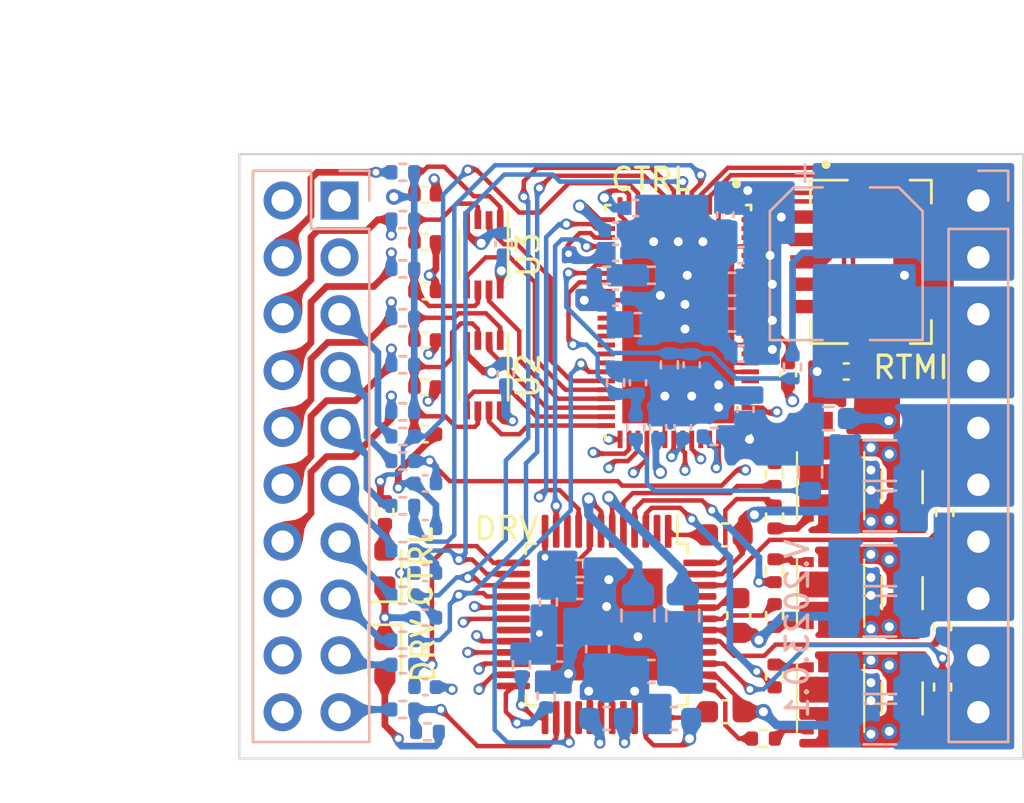
<source format=kicad_pcb>
(kicad_pcb (version 20221018) (generator pcbnew)
  (layers (0 "F.Cu" signal) (1 "In1.Cu" signal) (2 "In2.Cu" signal) (31 "B.Cu" signal) (34 "B.Paste" user) (35 "F.Paste" user) (36 "B.SilkS" user "B.Silkscreen") (37 "F.SilkS" user "F.Silkscreen") (38 "B.Mask" user) (39 "F.Mask" user) (44 "Edge.Cuts" user))
  (net 0 "")
  (net 1 "Net-(C1-Pad1)")
  (net 2 "GND")
  (net 3 "Net-(C2-Pad1)")
  (net 4 "Net-(C3-Pad1)")
  (net 5 "Net-(C4-Pad1)")
  (net 6 "Net-(C5-Pad1)")
  (net 7 "Net-(C6-Pad1)")
  (net 8 "+3.3V")
  (net 9 "+5V")
  (net 10 "Net-(U1-VCCCORE3)")
  (net 11 "Net-(U1-VCCCORE2)")
  (net 12 "Net-(U1-VCCCORE1)")
  (net 13 "Net-(XTAL1-EN)")
  (net 14 "+24V")
  (net 15 "Net-(U4-12VOUT)")
  (net 16 "Net-(U4-5VOUT)")
  (net 17 "Net-(U4-CPO)")
  (net 18 "Net-(U4-CPI)")
  (net 19 "Net-(U4-VCP)")
  (net 20 "/Driver/U_DRV")
  (net 21 "Net-(U4-CU)")
  (net 22 "/Driver/V_DRV")
  (net 23 "Net-(U4-CV)")
  (net 24 "/Driver/W_DRV")
  (net 25 "Net-(U4-CW)")
  (net 26 "Net-(U4-VOFS{slash}TEST)")
  (net 27 "/Controller/ADC_VM")
  (net 28 "+2V5")
  (net 29 "Net-(U1-AGPI_B)")
  (net 30 "/CTRL_EN")
  (net 31 "/ENC_A")
  (net 32 "/CTRL_STATUS")
  (net 33 "/ENC_B")
  (net 34 "/DRV_FAULT")
  (net 35 "/ENC_C")
  (net 36 "/~{CS_DRV}")
  (net 37 "/HALL_UX")
  (net 38 "/~{CS_CTRL}")
  (net 39 "/HALL_V")
  (net 40 "/SPI_SCK")
  (net 41 "/HALL_WY")
  (net 42 "/SPI_MISO")
  (net 43 "/SPI_MOSI")
  (net 44 "/U")
  (net 45 "/V")
  (net 46 "/W")
  (net 48 "/~{CS_DBG_SPI}")
  (net 49 "/DBG_SPI_TRG")
  (net 50 "/DBG_SPI_SCK")
  (net 51 "/DBG_SPI_MOSI")
  (net 52 "/DBG_SPI_MISO")
  (net 55 "Net-(Q4-Pad1)")
  (net 56 "Net-(Q4-Pad8)")
  (net 57 "Net-(Q5-Pad1)")
  (net 58 "Net-(Q5-Pad8)")
  (net 59 "Net-(Q6-Pad1)")
  (net 60 "Net-(Q6-Pad8)")
  (net 61 "Net-(U1-~{RST})")
  (net 62 "Net-(U4-CLK)")
  (net 63 "Net-(U4-SPE)")
  (net 64 "Net-(R22-Pad2)")
  (net 65 "/Driver/HSU")
  (net 66 "/Driver/LSU")
  (net 67 "/Driver/HSV")
  (net 68 "/Driver/LSV")
  (net 69 "/Driver/HSW")
  (net 70 "/Driver/LSW")
  (net 71 "/Driver/U_SENSE")
  (net 72 "/Driver/V_SENSE")
  (net 73 "/Driver/W_SENSE")
  (net 76 "/CUR_U")
  (net 77 "/CUR_W")
  (net 85 "/Controller/BRAKE")
  (net 86 "/Controller/DRV_EN")
  (net 87 "Net-(U1-ENC_N)")
  (net 88 "Net-(U1-ENC_B)")
  (net 89 "Net-(U1-ENC_A)")
  (net 90 "Net-(U1-HALL_WY)")
  (net 91 "Net-(U1-HALL_V)")
  (net 92 "Net-(U1-HALL_UX)")
  (net 93 "/Controller/UH")
  (net 94 "/Controller/UL")
  (net 95 "/Controller/VH")
  (net 96 "/Controller/VL")
  (net 97 "/Controller/WH")
  (net 98 "/Controller/WL")
  (net 101 "Net-(U1-CLK)")
  (net 115 "/Driver/CUR_V")
  (net 121 "Net-(D1-A)")
  (net 122 "Net-(D2-A)")
  (net 123 "Net-(J2-Pin_5)")
  (net 124 "Net-(J2-Pin_7)")
  (net 125 "Net-(J2-Pin_9)")
  (net 126 "Net-(J2-Pin_11)")
  (net 127 "Net-(J2-Pin_13)")
  (net 128 "Net-(J2-Pin_15)")
  (net 129 "Net-(J2-Pin_17)")
  (net 130 "Net-(J2-Pin_19)")
  (footprint "Capacitor_SMD:C_0402_1005Metric" (layer "F.Cu") (at 131.2 80.215)
    (fp_text reference "C5" hide)
    (fp_text value "100pF, 50V")
  )
  (footprint "Capacitor_SMD:C_1206_3216Metric" (layer "F.Cu") (at 152.5 91.165 -90)
    (fp_text reference "C37" hide)
    (fp_text value "2.2uF, 100V")
  )
  (footprint "SIZ322DT-T1-GE3:SIZ340DTT1GE3" (layer "F.Cu") (at 149.3 100.6)
    (fp_text reference "Q6" hide)
    (fp_text value "SIZ322DT" hide)
  )
  (footprint "Resistor_SMD:R_0402_1005Metric" (layer "F.Cu") (at 130.2 87.8 180)
    (fp_text reference "R3" hide)
    (fp_text value "4.7K, %1")
  )
  (footprint "Resistor_SMD:R_0402_1005Metric" (layer "F.Cu") (at 130.2 85.7 180)
    (fp_text reference "R2" hide)
    (fp_text value "4.7K, %1")
  )
  (footprint "Resistor_SMD:R_0402_1005Metric" (layer "F.Cu") (at 146.8 90.6 90)
    (fp_text reference "R31" hide)
    (fp_text value "22, %1")
  )
  (footprint "Resistor_SMD:R_0402_1005Metric" (layer "F.Cu") (at 146.8 96.9 -90)
    (fp_text reference "R32" hide)
    (fp_text value "22, %1")
  )
  (footprint "Capacitor_SMD:C_0402_1005Metric" (layer "F.Cu") (at 150 86)
    (fp_text reference "C22" hide)
    (fp_text value "100nF, 50V")
  )
  (footprint "Capacitor_SMD:C_0603_1608Metric" (layer "F.Cu") (at 144.6 101.2 180)
    (fp_text reference "C31" hide)
    (fp_text value "470nF, 16V")
  )
  (footprint "Capacitor_SMD:C_0402_1005Metric" (layer "F.Cu") (at 131.2 84.6)
    (fp_text reference "C1" hide)
    (fp_text value "1nF, 100V")
  )
  (footprint "Resistor_SMD:R_0402_1005Metric" (layer "F.Cu") (at 129.4 92.3 -90)
    (fp_text reference "R48" hide)
    (fp_text value "100, %1")
  )
  (footprint "Capacitor_SMD:C_0603_1608Metric" (layer "F.Cu") (at 144.6 93.3 180)
    (fp_text reference "C29" hide)
    (fp_text value "470nF, 16V")
  )
  (footprint "LED_SMD:LED_0603_1608Metric" (layer "F.Cu") (at 129.4 98.8 -90)
    (fp_text reference "D1" hide)
    (fp_text value "RED")
  )
  (footprint "Capacitor_SMD:C_1206_3216Metric" (layer "F.Cu") (at 152.5 100.6 -90)
    (fp_text reference "C39" hide)
    (fp_text value "2.2uF, 100V")
  )
  (footprint "Resistor_SMD:R_0402_1005Metric" (layer "F.Cu") (at 130.2 79.215 180)
    (fp_text reference "R8" hide)
    (fp_text value "1K, %1")
  )
  (footprint "Capacitor_SMD:C_0402_1005Metric" (layer "F.Cu") (at 147.4 86.1 90)
    (fp_text reference "C19" hide)
    (fp_text value "100nF, 50V")
  )
  (footprint "Resistor_SMD:R_0402_1005Metric" (layer "F.Cu") (at 130.2 83.6 180)
    (fp_text reference "R1" hide)
    (fp_text value "4.7K, %1")
  )
  (footprint "MC2016:XTAL_MC2016K25_2X1P6_AVX" (layer "F.Cu") (at 150 87.6 180)
    (fp_text reference "XTAL1" hide)
    (fp_text value "MC2016, 25MHz")
  )
  (footprint "Package_SO:VSSOP-8_2.3x2mm_P0.5mm" (layer "F.Cu") (at 133.8 80.785 -90)
    (fp_text reference "U3")
    (fp_text value "74LVC3G17")
  )
  (footprint "Capacitor_SMD:C_0402_1005Metric" (layer "F.Cu") (at 131.2 82.415)
    (fp_text reference "C6" hide)
    (fp_text value "100pF, 50V")
  )
  (footprint "Package_QFP:TQFP-48-1EP_7x7mm_P0.5mm_EP5x5mm" (layer "F.Cu") (at 139.3 97.3 -90)
    (fp_text reference "U4" hide)
    (fp_text value "TMC6200")
  )
  (footprint "Resistor_SMD:R_0402_1005Metric" (layer "F.Cu") (at 130.2 77.1 180)
    (fp_text reference "R7" hide)
    (fp_text value "1K, %1")
  )
  (footprint "Capacitor_SMD:C_0402_1005Metric" (layer "F.Cu") (at 131.2 88.8)
    (fp_text reference "C3" hide)
    (fp_text value "1nF, 100V")
  )
  (footprint "LED_SMD:LED_0603_1608Metric" (layer "F.Cu") (at 129.4 94.8 90)
    (fp_text reference "D2" hide)
    (fp_text value "BLUE")
  )
  (footprint "Capacitor_SMD:C_0402_1005Metric" (layer "F.Cu") (at 131.2 78.1)
    (fp_text reference "C4" hide)
    (fp_text value "100pF, 50V")
  )
  (footprint "SIZ322DT-T1-GE3:SIZ340DTT1GE3" (layer "F.Cu") (at 149.3 95.9)
    (fp_text reference "Q5" hide)
    (fp_text value "SIZ322DT" hide)
  )
  (footprint "Resistor_SMD:R_0402_1005Metric" (layer "F.Cu") (at 146.8 94.9 90)
    (fp_text reference "R33" hide)
    (fp_text value "22, %1")
  )
  (footprint "Resistor_SMD:R_0402_1005Metric" (layer "F.Cu") (at 154.3 100.1 -90)
    (fp_text reference "R44" hide)
    (fp_text value "10, %1")
  )
  (footprint "Package_SO:VSSOP-8_2.3x2mm_P0.5mm" (layer "F.Cu") (at 133.8 86.185 -90)
    (fp_text reference "U2")
    (fp_text value "74LVC3G17")
  )
  (footprint "DF20EF-10DP-1V_52:HRS_DF20EF-10DP-1V(52)" (layer "F.Cu") (at 151.1 81.1)
    (fp_text reference "J4" hide)
    (fp_text value "RTMI")
  )
  (footprint "TMC4671:QFN40P650X1050X90-77N" (layer "F.Cu") (at 142.5 83.815 -90)
    (fp_text reference "U1" hide)
    (fp_text value "TMC4671")
  )
  (footprint "Capacitor_SMD:C_0603_1608Metric" (layer "F.Cu") (at 145.2 96.9 90)
    (fp_text reference "C30" hide)
    (fp_text value "470nF, 16V")
  )
  (footprint "Resistor_SMD:R_0402_1005Metric" (layer "F.Cu") (at 154.3 97.4 90)
    (fp_text reference "R43" hide)
    (fp_text value "10, %1")
  )
  (footprint "Capacitor_SMD:C_0402_1005Metric" (layer "F.Cu") (at 131.2 86.7)
    (fp_text reference "C2" hide)
    (fp_text value "1nF, 100V")
  )
  (footprint "Resistor_SMD:R_0402_1005Metric" (layer "F.Cu") (at 146.3 102.4)
    (fp_text reference "R34" hide)
    (fp_text value "22, %1")
  )
  (footprint "Resistor_SMD:R_0402_1005Metric" (layer "F.Cu") (at 154.4 92.3 90)
    (fp_text reference "R42" hide)
    (fp_text value "10, %1")
  )
  (footprint "SIZ322DT-T1-GE3:SIZ340DTT1GE3" (layer "F.Cu") (at 149.3 91.1)
    (fp_text reference "Q4" hide)
    (fp_text value "SIZ322DT" hide)
  )
  (footprint "Resistor_SMD:R_0402_1005Metric" (layer "F.Cu") (at 146.8 92.5 -90)
    (fp_text reference "R30" hide)
    (fp_text value "22, %1")
  )
  (footprint "Resistor_SMD:R_0402_1005Metric" (layer "F.Cu") (at 146.8 99.6 90)
    (fp_text reference "R35" hide)
    (fp_text value "22, %1")
  )
  (footprint "Resistor_SMD:R_0402_1005Metric" (layer "F.Cu") (at 130.2 81.415 180)
    (fp_text reference "R9" hide)
    (fp_text value "1K, %1")
  )
  (footprint "Capacitor_SMD:C_1206_3216Metric" (layer "F.Cu") (at 152.5 95.9 -90)
    (fp_text reference "C38" hide)
    (fp_text value "2.2uF, 100V")
  )
  (footprint "Resistor_SMD:R_0402_1005Metric" (layer "B.Cu") (at 130.2 101.1 180)
    (fp_text reference "R26" hide)
    (fp_text value "150, %1")
  )
  (footprint "Resistor_SMD:R_0402_1005Metric" (layer "B.Cu") (at 130.2 81.415)
    (fp_text reference "R12" hide)
    (fp_text value "4.7K, %1")
  )
  (footprint "Capacitor_SMD:C_0402_1005Metric" (layer "B.Cu") (at 145.3 85.2)
    (fp_text reference "C13" hide)
    (fp_text value "100nF, 50V")
  )
  (footprint "Resistor_SMD:R_0402_1005Metric" (layer "B.Cu") (at 130.2 87.8)
    (fp_text reference "R6" hide)
    (fp_text value "4.7K, %1")
  )
  (footprint "Resistor_SMD:R_0402_1005Metric" (layer "B.Cu") (at 130.2 88.9 180)
    (fp_text reference "R25" hide)
    (fp_text value "150, %1")
  )
  (footprint "Capacitor_SMD:C_0402_1005Metric" (layer "B.Cu") (at 144.6 79 90)
    (fp_text reference "C15" hide)
    (fp_text value "100nF, 50V")
  )
  (footprint "Resistor_SMD:R_1206_3216Metric" (layer "B.Cu") (at 151.5 92.23)
    (fp_text reference "R37" hide)
    (fp_text value "0.033, %1, 1W")
  )
  (footprint "Capacitor_SMD:C_0402_1005Metric" (layer "B.Cu") (at 139.7 82.7 180)
    (fp_text reference "C18" hide)
    (fp_text value "100nF, 50V")
  )
  (footprint "Capacitor_SMD:C_0402_1005Metric" (layer "B.Cu") (at 139.7 79.7 180)
    (fp_text reference "C21" hide)
    (fp_text value "100nF, 50V")
  )
  (footprint "Resistor_SMD:R_0402_1005Metric" (layer "B.Cu") (at 140.6 88.5 -90)
    (fp_text reference "R22" hide)
    (fp_text value "4.7K, %1")
  )
  (footprint "Resistor_SMD:R_0402_1005Metric" (layer "B.Cu") (at 130.2 77.1)
    (fp_text reference "R10" hide)
    (fp_text value "4.7K, %1")
  )
  (footprint "Capacitor_SMD:C_0402_1005Metric" (layer "B.Cu") (at 134.7 80.3 -90)
    (fp_text reference "C8" hide)
    (fp_text value "100nF, 50V")
  )
  (footprint "Resistor_SMD:R_1206_3216Metric" (layer "B.Cu") (at 151.5 101.75)
    (fp_text reference "R40" hide)
    (fp_text value "0.033, %1, 1W")
  )
  (footprint "Capacitor_SMD:C_0402_1005Metric" (layer "B.Cu") (at 139.7 80.7 180)
    (fp_text reference "C36" hide)
    (fp_text value "100nF, 50V")
  )
  (footprint "Capacitor_SMD:C_0402_1005Metric" (layer "B.Cu") (at 140.6 78.7 180)
    (fp_text reference "C14" hide)
    (fp_text value "100nF, 50V")
  )
  (footprint "Resistor_SMD:R_0402_1005Metric" (layer "B.Cu") (at 130.2 96 180)
    (fp_text reference "R45" hide)
    (fp_text value "270, %1")
  )
  (footprint "Capacitor_SMD:C_0402_1005Metric" (layer "B.Cu") (at 138.1 95.8 180)
    (fp_text reference "C32" hide)
    (fp_text value "100nF, 50V")
  )
  (footprint "Capacitor_SMD:C_0603_1608Metric" (layer "B.Cu") (at 144.9 83.7)
    (fp_text reference "C10" hide)
    (fp_text value "470nF, 50V")
  )
  (footprint "Capacitor_SMD:C_0402_1005Metric" (layer "B.Cu") (at 137.2 98.6 180)
    (fp_text reference "C33" hide)
    (fp_text value "100nF, 50V")
  )
  (footprint "Capacitor_SMD:C_0402_1005Metric" (layer "B.Cu") (at 131.2 91)
    (fp_text reference "C41" hide)
    (fp_text value "100pF, 50V")
  )
  (footprint "Capacitor_SMD:C_0805_2012Metric" (layer "B.Cu") (at 142.7 96.9 90)
    (fp_text reference "C24" hide)
    (fp_text value "2.2uF, 50V")
  )
  (footprint "Resistor_SMD:R_1206_3216Metric" (layer "B.Cu") (at 151.5 96.93)
    (fp_text reference "R38" hide)
    (fp_text value "0.033, %1, 1W")
  )
  (footprint "Capacitor_SMD:C_0402_1005Metric" (layer "B.Cu") (at 142.7 88.5 -90)
    (fp_text reference "C20" hide)
    (fp_text value "100nF, 50V")
  )
  (footprint "Resistor_SMD:R_0402_1005Metric" (layer "B.Cu") (at 130.2 92 180)
    (fp_text reference "R27" hide)
    (fp_text value "270, %1")
  )
  (footprint "Resistor_SMD:R_0402_1005Metric" (layer "B.Cu") (at 139.3 81.7 180)
    (fp_text reference "R20" hide)
    (fp_text value "4.7K, %1")
  )
  (footprint "Capacitor_SMD:C_0402_1005Metric" (layer "B.Cu") (at 131.2 97)
    (fp_text reference "C45" hide)
    (fp_text value "100pF, 50V")
  )
  (footprint "Resistor_SMD:R_0402_1005Metric" (layer "B.Cu") (at 142.1 85.7 90)
    (fp_text reference "R19" hide)
    (fp_text value "1K, %1")
  )
  (footprint "Capacitor_SMD:C_0402_1005Metric" (layer "B.Cu") (at 140.7 86.5 -90)
    (fp_text reference "C40" hide)
    (fp_text value "100nF, 50V")
  )
  (footprint "Capacitor_SMD:C_0402_1005Metric" (layer "B.Cu") (at 141.6 88.5 -90)
    (fp_text reference "C16" hide)
    (fp_text value "100nF, 50V")
  )
  (footprint "Resistor_SMD:R_0402_1005Metric" (layer "B.Cu") (at 147.6 85.8 90)
    (fp_text reference "R18" hide)
    (fp_text value "47K, %1")
  )
  (footprint "Resistor_SMD:R_0402_1005Metric" (layer "B.Cu") (at 130.2 85.7)
    (fp_text reference "R5" hide)
    (fp_text value "4.7K, %1")
  )
  (footprint "Resistor_SMD:R_0402_1005Metric" (layer "B.Cu") (at 130.2 83.6)
    (fp_text reference "R4" hide)
    (fp_text value "4.7K, %1")
  )
  (footprint "Capacitor_SMD:C_0402_1005Metric" (layer "B.Cu") (at 143.1 85.7 90)
    (fp_text reference "C35" hide)
    (fp_text value "100nF, 50V")
  )
  (footprint "Resistor_SMD:R_0402_1005Metric" (layer "B.Cu") (at 130.2 94 180)
    (fp_text reference "R29" hide)
    (fp_text value "270, %1")
  )
  (footprint "Resistor_SMD:R_0402_1005Metric" (layer "B.Cu") (at 138.1 94.8 180)
    (fp_text reference "R16" hide)
    (fp_text value "4.7K, %1")
  )
  (footprint "Resistor_SMD:R_0402_1005Metric" (layer "B.Cu") (at 130.2 99.1 180)
    (fp_text reference "R28" hide)
    (fp_text value "270, %1")
  )
  (footprint "Resistor_SMD:R_0603_1608Metric" (layer "B.Cu") (at 148.4 90.5 -90)
    (fp_text reference "TH1" hide)
    (fp_text value "10K, %1")
  )
  (footprint "Capacitor_SMD:C_0805_2012Metric" (layer "B.Cu") (at 140.7 96.9 90)
    (fp_text reference "C25" hide)
    (fp_text value "2.2uF, 50V")
  )
  (footprint "Capacitor_SMD:C_0402_1005Metric" (layer "B.Cu") (at 134.8 86.1 -90)
    (fp_text reference "C7" hide)
    (fp_text value "100nF, 50V")
  )
  (footprint "Capacitor_SMD:CP_Elec_6.3x7.7" (layer "B.Cu") (at 150 81.185 -90)
    (fp_text reference "C34" hide)
    (fp_text value "47uF, 63V")
  )
  (footprint "Capacitor_SMD:C_0402_1005Metric" (layer "B.Cu") (at 145.5 87.7 -90)
    (fp_text reference "C11" hide)
    (fp_text value "100nF, 50V")
  )
  (footprint "Resistor_SMD:R_0402_1005Metric" (layer "B.Cu") (at 130.2 90 180)
    (fp_text reference "R24" hide)
    (fp_text value "270, %1")
  )
  (footprint "Capacitor_SMD:C_0603_1608Metric" (layer "B.Cu") (at 139.3 101.5)
    (fp_text reference "C26" hide)
    (fp_text value "22nF, 100V")
  )
  (footprint "Connector_PinHeader_2.54mm:PinHeader_1x10_P2.54mm_Vertical" (layer "B.Cu") (at 155.9 78.36 180)
    (fp_text reference "J3" hide)
    (fp_text value "PWR")
  )
  (footprint "Capacitor_SMD:C_0402_1005Metric" (layer "B.Cu") (at 131.2 95)
    (fp_text reference "C44" hide)
    (fp_text value "100pF, 50V")
  )
  (footprint "Capacitor_SMD:C_0603_1608Metric" (layer "B.Cu") (at 140.7 83.9 180)
    (fp_text reference "C17" hide)
    (fp_text value "4.7uF, 16V")
  )
  (footprint "Resistor_SMD:R_0402_1005Metric" (layer "B.Cu") (at 136.7 96.3 -90)
    (fp_text reference "R15" hide)
    (fp_text value "1.5K, %1")
  )
  (footprint "Capacitor_SMD:C_0603_1608Metric" (layer "B.Cu") (at 141.3 99.4 180)
    (fp_text reference "C28" hide)
    (fp_text value "100nF, 100V")
  )
  (footprint "Resistor_SMD:R_0402_1005Metric" (layer "B.Cu") (at 136.6 100.5 -90)
    (fp_text reference "R14" hide)
    (fp_text value "0")
  )
  (footprint "Resistor_SMD:R_0402_1005Metric" (layer "B.Cu") (at 131.3 102.1)
    (fp_text reference "R47" hide)
    (fp_text value "220, %1")
  )
  (footprint "Resistor_SMD:R_0402_1005Metric" (layer "B.Cu") (at 130.2 98 180)
    (fp_text reference "R46" hide)
    (fp_text value "150, %1")
  )
  (footprint "Capacitor_SMD:C_0402_1005Metric" (layer "B.Cu") (at 145.3 80.8)
    (fp_text reference "C12" hide)
    (fp_text value "100nF, 50V")
  )
  (footprint "Resistor_SMD:R_0402_1005Metric" (layer "B.Cu") (at 141.3 81.7 180)
    (fp_text reference "R21" hide)
    (fp_text value "4.7K, %1")
  )
  (footprint "Resistor_SMD:R_0603_1608Metric" (layer "B.Cu") (at 149.2 88.1)
    (fp_text reference "FB1" hide)
    (fp_text value "600R, 1A")
  )
  (footprint "Resistor_SMD:R_1206_3216Metric" (layer "B.Cu") (at 151.5 99.5)
    (fp_text reference "R41" hide)
    (fp_text value "0.033, %1, 1W")
  )
  (footprint "Resistor_SMD:R_1206_3216Metric" (layer "B.Cu") (at 151.5 94.68)
    (fp_text reference "R39" hide)
    (fp_text value "0.033, %1, 1W")
  )
  (footprint "Capacitor_SMD:C_0402_1005Metric" (layer "B.Cu") (at 131.2 93 180)
    (fp_text reference "C42" hide)
    (fp_text value "100pF, 50V")
  )
  (footprint "Resistor_SMD:R_1206_3216Metric" (layer "B.Cu") (at 151.5 89.98)
    (fp_text reference "R36" hide)
    (fp_text value "0.033, %1, 1W")
  )
  (footprint "Resistor_SMD:R_0402_1005Metric" (layer "B.Cu") (at 130.2 79.215)
    (fp_text reference "R11" hide)
    (fp_text value "4.7K, %1")
  )
  (footprint "Capacitor_SMD:C_0402_1005Metric" (layer "B.Cu") (at 131.2 100.1 180)
    (fp_text reference "C43" hide)
    (fp_text value "100pF, 50V")
  )
  (footprint "Capacitor_SMD:C_0603_1608Metric" (layer "B.Cu") (at 144.9 82.1)
    (fp_text reference "C9" hide)
    (fp_text value "4.7uF, 16V")
  )
  (footprint "Capacitor_SMD:C_0603_1608Metric" (layer "B.Cu") (at 142.3 101.5 180)
    (fp_text reference "C27" hide)
    (fp_text value "100nF, 100V")
  )
  (footprint "Connector_PinHeader_2.54mm:PinHeader_2x10_P2.54mm_Vertical" (layer "B.Cu") (at 127.375 78.36 180)
    (fp_text reference "J2" hide)
    (fp_text value "SIGNAL")
  )
  (footprint "Resistor_SMD:R_0402_1005Metric" (layer "B.Cu") (at 135.5 99.1 -90)
    (fp_text reference "R17" hide)
    (fp_text value "0")
  )
  (footprint "Capacitor_SMD:C_0603_1608Metric" (layer "B.Cu") (at 138.9 98.4 -90)
    (fp_text reference "C23" hide)
    (fp_text value "100nF, 100V")
  )
  (footprint "Resistor_SMD:R_0402_1005Metric" (layer "B.Cu") (at 139.7 86.5 -90)
    (fp_text reference "R23" hide)
    (fp_text value "4.7K, %1")
  )
  (footprint "Resistor_SMD:R_0402_1005Metric" (layer "B.Cu") (at 144.1 88.9)
    (fp_text reference "R13" hide)
    (fp_text value "10K, %1")
  )
  (gr_rect (start 122.9 76.285) (end 157.9 103.285) (stroke (width 0.1)) (fill none) (layer "Edge.Cuts"))
  (gr_text "V.2023.0.1" (at 148.4 93.4 90) (layer "B.SilkS") (effects (font (size 1 1)) (justify left bottom mirror)))
  (gr_text "DRV" (at 131.7 100 90) (layer "F.SilkS") (effects (font (size 1 1)) (justify left bottom)))
  (gr_text "DRV" (at 133.3 93.6) (layer "F.SilkS") (effects (font (size 1 1)) (justify left bottom)))
  (gr_text "CTRL" (at 139.4 78) (layer "F.SilkS") (effects (font (size 1 1)) (justify left bottom)))
  (gr_text "RTMI" (at 151.1 86.4) (layer "F.SilkS") (effects (font (size 1 1)) (justify left bottom)))
  (gr_text "CTRL" (at 131.6 96.6 90) (layer "F.SilkS") (effects (font (size 1 1)) (justify left bottom)))
  (segment (start 130.71 83.6) (end 132.5 83.6) (width 0.2) (layer "F.Cu") (net 1))
  (segment (start 130.71 83.6) (end 130.71 84.59) (width 0.3) (layer "F.Cu") (net 1))
  (segment (start 133.915 83.4) (end 134.55 84.035) (width 0.2) (layer "F.Cu") (net 1))
  (segment (start 132.7 83.4) (end 133.915 83.4) (width 0.2) (layer "F.Cu") (net 1))
  (segment (start 132.5 83.6) (end 132.7 83.4) (width 0.2) (layer "F.Cu") (net 1))
  (segment (start 134.55 84.035) (end 134.55 84.635) (width 0.2) (layer "F.Cu") (net 1))
  (segment (start 133.703555 80.2705) (end 133.4855 80.2705) (width 0.3) (layer "F.Cu") (net 2))
  (segment (start 145.715 86.015) (end 144.9 86.015) (width 0.2) (layer "F.Cu") (net 2))
  (segment (start 131.68 81.406756) (end 131.68 80.215) (width 0.3) (layer "F.Cu") (net 2))
  (segment (start 129.4 97) (end 129.4 95.5875) (width 0.3) (layer "F.Cu") (net 2))
  (segment (start 133.05 79.835) (end 133.05 79.235) (width 0.3) (layer "F.Cu") (net 2))
  (segment (start 133.824414 86.024414) (end 133.05 85.25) (width 0.3) (layer "F.Cu") (net 2))
  (segment (start 145.715 88.415) (end 145.715 88.015) (width 0.2) (layer "F.Cu") (net 2))
  (segment (start 145.715 80.415) (end 144.9 80.415) (width 0.2) (layer "F.Cu") (net 2))
  (segment (start 133.05 85.25) (end 133.05 84.635) (width 0.3) (layer "F.Cu") (net 2))
  (segment (start 139.9 79.021403) (end 140.2 79.321403) (width 0.2) (layer "F.Cu") (net 2))
  (segment (start 129.4 97) (end 129.4 98.0125) (width 0.3) (layer "F.Cu") (net 2))
  (segment (start 133.4855 80.2705) (end 133.05 79.835) (width 0.3) (layer "F.Cu") (net 2))
  (segment (start 145.715 88.015) (end 144.8 88.015) (width 0.2) (layer "F.Cu") (net 2))
  (segment (start 138.1 94.380059) (end 138.1 94.9) (width 0.2) (layer "F.Cu") (net 2))
  (segment (start 131.68 86.9705) (end 131.33 87.3205) (width 0.3) (layer "F.Cu") (net 2))
  (segment (start 145.715 85.615) (end 144.9 85.615) (width 0.2) (layer "F.Cu") (net 2))
  (segment (start 147.6 87.3) (end 147.4 87.1) (width 0.3) (layer "F.Cu") (net 2))
  (segment (start 131.386756 81.7) (end 131.4 81.7) (width 0.3) (layer "F.Cu") (net 2))
  (segment (start 131.386756 81.7) (end 131.68 81.406756) (width 0.3) (layer "F.Cu") (net 2))
  (segment (start 138.55 93.930059) (end 138.1 94.380059) (width 0.2) (layer "F.Cu") (net 2))
  (segment (start 131.68 84.9) (end 131.68 84.6) (width 0.3) (layer "F.Cu") (net 2))
  (segment (start 131.4 81.7) (end 131.68 81.98) (width 0.3) (layer "F.Cu") (net 2))
  (segment (start 145.715 84.815) (end 144.9 84.815) (width 0.2) (layer "F.Cu") (net 2))
  (segment (start 147.4 87.1) (end 147.4 86.58) (width 0.3) (layer "F.Cu") (net 2))
  (segment (start 131.68 77.4795) (end 131.68 78.1) (width 0.3) (layer "F.Cu") (net 2))
  (segment (start 131.68 81.98) (end 131.68 82.415) (width 0.3) (layer "F.Cu") (net 2))
  (segment (start 130 90.48) (end 131.68 88.8) (width 0.3) (layer "F.Cu") (net 2))
  (segment (start 139.9 78.6) (end 139.9 79.021403) (width 0.2) (layer "F.Cu") (net 2))
  (segment (start 131.3595 85.2205) (end 131.68 84.9) (width 0.3) (layer "F.Cu") (net 2))
  (segment (start 141.9 89.03) (end 141.9 88.215) (width 0.2) (layer "F.Cu") (net 2))
  (segment (start 130 91.2) (end 130 90.48) (width 0.3) (layer "F.Cu") (net 2))
  (segment (start 138.55 93.1375) (end 138.55 93.930059) (width 0.2) (layer "F.Cu") (net 2))
  (segment (start 131.6 77.3995) (end 131.68 77.4795) (width 0.3) (layer "F.Cu") (net 2))
  (segment (start 144.3 78.6) (end 144.3 79.415) (width 0.2) (layer "F.Cu") (net 2))
  (segment (start 131.68 86.7) (end 131.68 86.9705) (width 0.3) (layer "F.Cu") (net 2))
  (segment (start 139.285 82.815) (end 140.1 82.815) (width 0.2) (layer "F.Cu") (net 2))
  (segment (start 134.175586 86.024414) (end 133.824414 86.024414) (width 0.3) (layer "F.Cu") (net 2))
  (via (at 131.33 87.3205) (size 0.5) (drill 0.3) (layers "F.Cu" "B.Cu") (net 2))
  (via (at 130.1 95) (size 0.5) (drill 0.3) (layers "F.Cu" "B.Cu") (net 2))
  (via (at 131.3595 85.2205) (size 0.5) (drill 0.3) (layers "F.Cu" "B.Cu") (net 2))
  (via (at 151.1 98.9) (size 0.7) (drill 0.4) (layers "F.Cu" "B.Cu") (net 2))
  (via (at 148.7 86) (size 0.7) (drill 0.4) (layers "F.Cu" "B.Cu") (net 2))
  (via (at 130 91.2) (size 0.5) (drill 0.3) (layers "F.Cu" "B.Cu") (net 2))
  (via (at 144.3 87.6) (size 0.7) (drill 0.4) (layers "F.Cu" "B.Cu") (net 2))
  (via (at 137.6 99.5) (size 0.7) (drill 0.4) (layers "F.Cu" "B.Cu") (net 2))
  (via (at 131.6 77.3995) (size 0.5) (drill 0.3) (layers "F.Cu" "B.Cu") (net 2))
  (via (at 152.6 81.7) (size 0.7) (drill 0.4) (layers "F.Cu" "B.Cu") (net 2))
  (via (at 151.9205 89.69) (size 0.7) (drill 0.4) (layers "F.Cu" "B.Cu") (net 2))
  (via (at 134.175586 86.024414) (size 0.6) (drill 0.4) (layers "F.Cu" "B.Cu") (net 2))
  (via (at 144.3 86.6) (size 0.7) (drill 0.4) (layers "F.Cu" "B.Cu") (net 2))
  (via (at 147.6 87.3) (size 0.6) (drill 0.4) (layers "F.Cu" "B.Cu") (net 2))
  (via (at 139.4 95.3) (size 0.7) (drill 0.4) (layers "F.Cu" "B.Cu") (net 2))
  (via (at 133.703555 80.2705) (size 0.6) (drill 0.4) (layers "F.Cu" "B.Cu") (net 2))
  (via (at 142.8 84.1) (size 0.7) (drill 0.4) (layers "F.Cu" "B.Cu") (net 2))
  (via (at 143.1 87.1) (size 0.7) (drill 0.4) (layers "F.Cu" "B.Cu") (net 2))
  (via (at 151.9205 94.4) (size 0.7) (drill 0.4) (layers "F.Cu" "B.Cu") (net 2))
  (via (at 143.6 80.2) (size 0.7) (drill 0.4) (layers "F.Cu" "B.Cu") (net 2))
  (via (at 151.1 94.1695) (size 0.7) (drill 0.4) (layers "F.Cu" "B.Cu") (net 2))
  (via (at 132.4 100.2) (size 0.5) (drill 0.3) (layers "F.Cu" "B.Cu") (net 2))
  (via (at 151.1 89.4) (size 0.7) (drill 0.4) (layers "F.Cu" "B.Cu") (net 2))
  (via (at 141.9 87.1) (size 0.7) (drill 0.4) (layers "F.Cu" "B.Cu") (net 2))
  (via (at 131.386756 81.7) (size 0.5) (drill 0.3) (layers "F.Cu" "B.Cu") (net 2))
  (via (at 139.3 96.5) (size 0.7) (drill 0.4) (layers "F.Cu" "B.Cu") (net 2))
  (via (at 140.7 97.85) (size 0.7) (drill 0.4) (layers "F.Cu" "B.Cu") (net 2))
  (via (at 141.7 82.6) (size 0.7) (drill 0.4) (layers "F.Cu" "B.Cu") (net 2))
  (via (at 129.4 97) (size 0.5) (drill 0.3) (layers "F.Cu" "B.Cu") (net 2))
  (via (at 142.9 81.7) (size 0.7) (drill 0.4) (layers "F.Cu" "B.Cu") (net 2))
  (via (at 151.9205 99.125) (size 0.7) (drill 0.4) (layers "F.Cu" "B.Cu") (net 2))
  (via (at 141.4 80.2) (size 0.7) (drill 0.4) (layers "F.Cu" "B.Cu") (net 2))
  (via (at 142.5 80.2) (size 0.7) (drill 0.4) (layers "F.Cu" "B.Cu") (net 2))
  (via (at 142.8 83) (size 0.7) (drill 0.4) (layers "F.Cu" "B.Cu") (net 2))
  (segment (start 134.154055 79.82) (end 134.7 79.82) (width 0.4) (layer "B.Cu") (net 2))
  (segment (start 130.1 95) (end 130.72 95) (width 0.3) (layer "B.Cu") (net 2))
  (segment (start 130 91.2) (end 130.2 91) (width 0.3) (layer "B.Cu") (net 2))
  (segment (start 134.175586 86.024414) (end 134.58 85.62) (width 0.4) (layer "B.Cu") (net 2))
  (segment (start 130.72 97) (end 129.4 97) (width 0.3) (layer "B.Cu") (net 2))
  (segment (start 131.68 91.96) (end 131.68 93) (width 0.3) (layer "B.Cu") (net 2))
  (segment (start 132.3 100.1) (end 132.4 100.2) (width 0.3) (layer "B.Cu") (net 2))
  (segment (start 130.72 91) (end 131.68 91.96) (width 0.3) (layer "B.Cu") (net 2))
  (segment (start 130.2 91) (end 130.72 91) (width 0.3) (layer "B.Cu") (net 2))
  (segment (start 133.703555 80.2705) (end 134.154055 79.82) (width 0.4) (layer "B.Cu") (net 2))
  (segment (start 131.68 100.1) (end 132.3 100.1) (width 0.3) (layer "B.Cu") (net 2))
  (segment (start 134.58 85.62) (end 134.8 85.62) (width 0.4) (layer "B.Cu") (net 2))
  (segment (start 132.4 84.25) (end 132.8 83.85) (width 0.2) (layer "F.Cu") (net 3))
  (segment (start 132.4 85.4) (end 132.4 84.25) (width 0.2) (layer "F.Cu") (net 3))
  (segment (start 132 85.8) (end 132.4 85.4) (width 0.2) (layer "F.Cu") (net 3))
  (segment (start 132.8 83.85) (end 133.3 83.85) (width 0.2) (layer "F.Cu") (net 3))
  (segment (start 133.3 83.85) (end 133.55 84.1) (width 0.2) (layer "F.Cu") (net 3))
  (segment (start 133.55 84.1) (end 133.55 84.635) (width 0.2) (layer "F.Cu") (net 3))
  (segment (start 130.71 85.7) (end 130.71 86.69) (width 0.3) (layer "F.Cu") (net 3))
  (segment (start 130.81 85.8) (end 132 85.8) (width 0.2) (layer "F.Cu") (net 3))
  (segment (start 130.91 88) (end 132.1 88) (width 0.2) (layer "F.Cu") (net 4))
  (segment (start 130.71 87.8) (end 130.91 88) (width 0.2) (layer "F.Cu") (net 4))
  (segment (start 132.1 88) (end 132.57 88.47) (width 0.2) (layer "F.Cu") (net 4))
  (segment (start 132.57 88.47) (end 133.415 88.47) (width 0.2) (layer "F.Cu") (net 4))
  (segment (start 130.71 87.8) (end 130.71 88.79) (width 0.3) (layer "F.Cu") (net 4))
  (segment (start 133.55 88.335) (end 133.55 87.735) (width 0.2) (layer "F.Cu") (net 4))
  (segment (start 133.415 88.47) (end 133.55 88.335) (width 0.2) (layer "F.Cu") (net 4))
  (segment (start 131.311341 76.8495) (end 132.0495 76.8495) (width 0.2) (layer "F.Cu") (net 5))
  (segment (start 130.71 77.1) (end 130.71 78.09) (width 0.3) (layer "F.Cu") (net 5))
  (segment (start 133.37 78.17) (end 134.07 78.17) (width 0.2) (layer "F.Cu") (net 5))
  (segment (start 134.07 78.17) (end 134.55 78.65) (width 0.2) (layer "F.Cu") (net 5))
  (segment (start 134.55 78.65) (end 134.55 79.235) (width 0.2) (layer "F.Cu") (net 5))
  (segment (start 130.71 77.1) (end 131.060841 77.1) (width 0.2) (layer "F.Cu") (net 5))
  (segment (start 132.0495 76.8495) (end 133.37 78.17) (width 0.2) (layer "F.Cu") (net 5))
  (segment (start 131.060841 77.1) (end 131.311341 76.8495) (width 0.2) (layer "F.Cu") (net 5))
  (segment (start 131.885 79.215) (end 132.6 78.5) (width 0.2) (layer "F.Cu") (net 6))
  (segment (start 130.71 79.215) (end 131.885 79.215) (width 0.2) (layer "F.Cu") (net 6))
  (segment (start 133.4 78.5) (end 133.55 78.65) (width 0.2) (layer "F.Cu") (net 6))
  (segment (start 130.71 79.215) (end 130.71 80.205) (width 0.3) (layer "F.Cu") (net 6))
  (segment (start 133.55 78.65) (end 133.55 79.235) (width 0.2) (layer "F.Cu") (net 6))
  (segment (start 132.6 78.5) (end 133.4 78.5) (width 0.2) (layer "F.Cu") (net 6))
  (segment (start 133.55 82.335) (end 133.55 82.935) (width 0.2) (layer "F.Cu") (net 7))
  (segment (start 131.375 83.07) (end 130.72 82.415) (width 0.2) (layer "F.Cu") (net 7))
  (segment (start 133.415 83.07) (end 131.375 83.07) (width 0.2) (layer "F.Cu") (net 7))
  (segment (start 133.55 82.935) (end 133.415 83.07) (width 0.2) (layer "F.Cu") (net 7))
  (segment (start 130.71 81.415) (end 130.71 82.405) (width 0.3) (layer "F.Cu") (net 7))
  (segment (start 144.7 78.178597) (end 144.7 78.6) (width 0.2) (layer "F.Cu") (net 8))
  (segment (start 140.118201 77.915) (end 140.3 78.096799) (width 0.2) (layer "F.Cu") (net 8))
  (segment (start 145.685 89.03) (end 145.1 89.03) (width 0.2) (layer "F.Cu") (net 8))
  (segment (start 136.3 97.7) (end 136.15 97.55) (width 0.2) (layer "F.Cu") (net 8))
  (segment (start 134.7 88.2) (end 134.55 88.05) (width 0.3) (layer "F.Cu") (net 8))
  (segment (start 134.55 81.55) (end 134.55 82.335) (width 0.3) (layer "F.Cu") (net 8))
  (segment (start 146.7 85.0145) (end 146.4995 85.215) (width 0.2) (layer "F.Cu") (net 8))
  (segment (start 134.6 81.5) (end 134.55 81.55) (width 0.3) (layer "F.Cu") (net 8))
  (segment (start 144.963597 77.915) (end 144.7 78.178597) (width 0.2) (layer "F.Cu") (net 8))
  (segment (start 146.4995 85.215) (end 145.715 85.215) (width 0.2) (layer "F.Cu") (net 8))
  (segment (start 139.5258 77.915) (end 140.118201 77.915) (width 0.2) (layer "F.Cu") (net 8))
  (segment (start 141.5 90.3005) (end 141.5 89.03) (width 0.2) (layer "F.Cu") (net 8))
  (segment (start 134.55 88.05) (end 134.55 87.735) (width 0.3) (layer "F.Cu") (net 8))
  (segment (start 135.1 88.2) (end 134.7 88.2) (width 0.3) (layer "F.Cu") (net 8))
  (segment (start 139.2 78.2408) (end 139.5258 77.915) (width 0.2) (layer "F.Cu") (net 8))
  (segment (start 148.3 79.1) (end 147.1 79.1) (width 0.4) (layer "F.Cu") (net 8))
  (segment (start 136.15 97.55) (end 135.1375 97.55) (width 0.2) (layer "F.Cu") (net 8))
  (segment (start 145.715 80.815) (end 146.6 80.815) (width 0.2) (layer "F.Cu") (net 8))
  (segment (start 145.6 77.915) (end 144.963597 77.915) (width 0.2) (layer "F.Cu") (net 8))
  (segment (start 140.3 78.096799) (end 140.3 78.6) (width 0.2) (layer "F.Cu") (net 8))
  (segment (start 141.6995 90.5) (end 141.5 90.3005) (width 0.2) (layer "F.Cu") (net 8))
  (via (at 139.2 78.2408) (size 0.6) (drill 0.4) (layers "F.Cu" "B.Cu") (net 8))
  (via (at 146.6 80.815) (size 0.6) (drill 0.4) (layers "F.Cu" "B.Cu") (net 8))
  (via (at 134.6 81.5) (size 0.6) (drill 0.4) (layers "F.Cu" "B.Cu") (net 8))
  (via (at 136.3 97.7) (size 0.5) (drill 0.3) (layers "F.Cu" "B.Cu") (net 8))
  (via (at 135.1 88.2) (size 0.5) (drill 0.3) (layers "F.Cu" "B.Cu") (net 8))
  (via (at 146.7 85.0145) (size 0.6) (drill 0.4) (layers "F.Cu" "B.Cu") (net 8))
  (via (at 147.1 79.1) (size 0.6) (drill 0.4) (layers "F.Cu" "B.Cu") (net 8))
  (via (at 145.6 77.915) (size 0.6) (drill 0.4) (layers "F.Cu" "B.Cu") (net 8))
  (via (at 146.7 82.1) (size 0.6) (drill 0.4) (layers "F.Cu" "B.Cu") (net 8))
  (via (at 145.685 89.03) (size 0.6) (drill 0.4) (layers "F.Cu" "B.Cu") (net 8))
  (via (at 146.7 83.715) (size 0.6) (drill 0.4) (layers "F.Cu" "B.Cu") (net 8))
  (via (at 141.6995 90.5) (size 0.6) (drill 0.4) (layers "F.Cu" "B.Cu") (net 8))
  (segment (start 144.885 77.915) (end 145.6 77.915) (width 0.4) (layer "B.Cu") (net 8))
  (segment (start 139.2 78.2408) (end 139.6592 78.7) (width 0.4) (layer "B.Cu") (net 8))
  (segment (start 134.8 87.9) (end 134.8 86.58) (width 0.4) (layer "B.Cu") (net 8))
  (segment (start 134.6 80.88) (end 134.7 80.78) (width 0.4) (layer "B.Cu") (net 8))
  (segment (start 144.6 78.2) (end 144.885 77.915) (width 0.4) (layer "B.Cu") (net 8))
  (segment (start 135.1 88.2) (end 134.8 87.9) (width 0.4) (layer "B.Cu") (net 8))
  (segment (start 141.6995 90.5) (end 141.5 90.3005) (width 0.3) (layer "B.Cu") (net 8))
  (segment (start 134.6 81.5) (end 134.6 80.88) (width 0.4) (layer "B.Cu") (net 8))
  (segment (start 141.5 90.3005) (end 141.5 89.08) (width 0.3) (layer "B.Cu") (net 8))
  (segment (start 139.6592 78.7) (end 140.12 78.7) (width 0.4) (layer "B.Cu") (net 8))
  (segment (start 144.6 78.52) (end 144.6 78.2) (width 0.4) (layer "B.Cu") (net 8))
  (segment (start 138.7 82.415) (end 139.285 82.415) (width 0.2) (layer "F.Cu") (net 9))
  (segment (start 138.3 82.815) (end 138.7 82.415) (width 0.2) (layer "F.Cu") (net 9))
  (via (at 138.3 82.815) (size 0.6) (drill 0.4) (layers "F.Cu" "B.Cu") (net 9))
  (via (at 129.8 78.2) (size 0.7) (drill 0.4) (layers "F.Cu" "B.Cu") (net 9))
  (segment (start 130.71 78.2) (end 130.71 87.8) (width 0.3) (layer "B.Cu") (net 9))
  (segment (start 130.71 77.1) (end 130.71 78.2) (width 0.3) (layer "B.Cu") (net 9))
  (segment (start 130.71 78.2) (end 129.8 78.2) (width 0.3) (layer "B.Cu") (net 9))
  (segment (start 147.4 84.8) (end 147.4 85.62) (width 0.2) (layer "F.Cu") (net 10))
  (segment (start 147.015 84.415) (end 147.4 84.8) (width 0.2) (layer "F.Cu") (net 10))
  (segment (start 145.715 84.415) (end 147.015 84.415) (width 0.2) (layer "F.Cu") (net 10))
  (segment (start 142.3 89.7) (end 142.3 89.03) (width 0.2) (layer "F.Cu") (net 11))
  (segment (start 142.2 89.8) (end 142.3 89.7) (width 0.2) (layer "F.Cu") (net 11))
  (via (at 142.2 89.8) (size 0.5) (drill 0.3) (layers "F.Cu" "B.Cu") (net 11))
  (segment (start 142.7 89.3) (end 142.7 88.98) (width 0.2) (layer "B.Cu") (net 11))
  (segment (start 142.2 89.8) (end 142.7 89.3) (width 0.2) (layer "B.Cu") (net 11))
  (segment (start 138.1 78.615) (end 138.4 78.615) (width 0.2) (layer "F.Cu") (net 12))
  (segment (start 138.4 78.615) (end 139 79.215) (width 0.2) (layer "F.Cu") (net 12))
  (via (at 138.1 78.615) (size 0.6) (drill 0.4) (layers "F.Cu" "B.Cu") (net 12))
  (segment (start 138.1 78.615) (end 138.135 78.615) (width 0.4) (layer "B.Cu") (net 12))
  (segment (start 138.135 78.615) (end 139.22 79.7) (width 0.4) (layer "B.Cu") (net 12))
  (via (at 151.9 88.2) (size 0.7) (drill 0.4) (layers "F.Cu" "B.Cu") (net 13))
  (segment (start 151.8 88.1) (end 151.9 88.2) (width 0.4) (layer "B.Cu") (net 13))
  (segment (start 150.025 88.1) (end 151.8 88.1) (width 0.4) (layer "B.Cu") (net 13))
  (segment (start 138.5 100.279502) (end 138.55 100.329502) (width 0.2) (layer "F.Cu") (net 14))
  (segment (start 138.55 100.329502) (end 138.55 101.4625) (width 0.2) (layer "F.Cu") (net 14))
  (segment (start 140.55 100.279502) (end 140.55 101.4625) (width 0.2) (layer "F.Cu") (net 14))
  (via (at 140.55 100.279502) (size 0.6) (drill 0.4) (layers "F.Cu" "B.Cu") (net 14))
  (via (at 151.9205 92.64) (size 0.7) (drill 0.4) (layers "F.Cu" "B.Cu") (net 14))
  (via (at 151.9205 97.4) (size 0.7) (drill 0.4) (layers "F.Cu" "B.Cu") (net 14))
  (via (at 138.5 100.279502) (size 0.6) (drill 0.4) (layers "F.Cu" "B.Cu") (net 14))
  (via (at 151.1 97.5) (size 0.7) (drill 0.4) (layers "F.Cu" "B.Cu") (net 14))
  (via (at 151.1 102.2) (size 0.7) (drill 0.4) (layers "F.Cu" "B.Cu") (net 14))
  (via (at 151.1 92.7) (size 0.7) (drill 0.4) (layers "F.Cu" "B.Cu") (net 14))
  (via (at 151.9205 102.075) (size 0.7) (drill 0.4) (layers "F.Cu" "B.Cu") (net 14))
  (segment (start 147.6 81.15) (end 148.05 80.7) (width 0.3) (layer "B.Cu") (net 14))
  (segment (start 147.6 85.29) (end 147.6 81.15) (width 0.3) (layer "B.Cu") (net 14))
  (segment (start 148.05 80.7) (end 148.8 80.7) (width 0.3) (layer "B.Cu") (net 14))
  (segment (start 139.55 91.7795) (end 139.55 93.1375) (width 0.2) (layer "F.Cu") (net 15))
  (segment (start 139.4 91.6295) (end 139.55 91.7795) (width 0.2) (layer "F.Cu") (net 15))
  (via (at 139.4 91.6295) (size 0.6) (drill 0.4) (layers "F.Cu" "B.Cu") (net 15))
  (segment (start 142.7 94.9295) (end 142.7 95.95) (width 0.4) (layer "B.Cu") (net 15))
  (segment (start 139.4 91.6295) (end 142.7 94.9295) (width 0.4) (layer "B.Cu") (net 15))
  (segment (start 138.5 91.7) (end 139.05 92.25) (width 0.2) (layer "F.Cu") (net 16))
  (segment (start 139.05 92.25) (end 139.05 93.1375) (width 0.2) (layer "F.Cu") (net 16))
  (via (at 138.5 91.7) (size 0.6) (drill 0.4) (layers "F.Cu" "B.Cu") (net 16))
  (segment (start 138.5 92.4) (end 140.7 94.6) (width 0.4) (layer "B.Cu") (net 16))
  (segment (start 138.5 91.7) (end 138.5 92.4) (width 0.4) (layer "B.Cu") (net 16))
  (segment (start 140.7 94.6) (end 140.7 95.95) (width 0.4) (layer "B.Cu") (net 16))
  (segment (start 139.05 101.4625) (end 139.05 102.55) (width 0.2) (layer "F.Cu") (net 17))
  (segment (start 139.05 102.55) (end 139 102.6) (width 0.2) (layer "F.Cu") (net 17))
  (via (at 139 102.6) (size 0.5) (drill 0.3) (layers "F.Cu" "B.Cu") (net 17))
  (segment (start 139 101.975) (end 138.525 101.5) (width 0.4) (layer "B.Cu") (net 17))
  (segment (start 139 102.6) (end 139 101.975) (width 0.4) (layer "B.Cu") (net 17))
  (segment (start 140.1 102.5855) (end 140.05 102.5355) (width 0.2) (layer "F.Cu") (net 18))
  (segment (start 140.05 102.5355) (end 140.05 101.4625) (width 0.2) (layer "F.Cu") (net 18))
  (via (at 140.1 102.5855) (size 0.5) (drill 0.3) (layers "F.Cu" "B.Cu") (net 18))
  (segment (start 140.1 102.5855) (end 140.1 101.525) (width 0.4) (layer "B.Cu") (net 18))
  (segment (start 142.7 102.7) (end 141.4 102.7) (width 0.2) (layer "F.Cu") (net 19))
  (segment (start 143 102.4) (end 142.7 102.7) (width 0.2) (layer "F.Cu") (net 19))
  (segment (start 141.4 102.7) (end 141.05 102.35) (width 0.2) (layer "F.Cu") (net 19))
  (segment (start 141.05 102.35) (end 141.05 101.4625) (width 0.2) (layer "F.Cu") (net 19))
  (via (at 143 102.4) (size 0.6) (drill 0.4) (layers "F.Cu" "B.Cu") (net 19))
  (segment (start 143 102.4) (end 143 101.575) (width 0.4) (layer "B.Cu") (net 19))
  (segment (start 145.6 92.4) (end 145.9 92.4) (width 0.4) (layer "F.Cu") (net 20))
  (segment (start 145.375 94.125) (end 145.375 93.3) (width 0.2) (layer "F.Cu") (net 20))
  (segment (start 145.375 92.625) (end 145.6 92.4) (width 0.4) (layer "F.Cu") (net 20))
  (segment (start 143.4625 95.05) (end 144.45 95.05) (width 0.2) (layer "F.Cu") (net 20))
  (segment (start 145.375 93.3) (end 145.375 92.625) (width 0.4) (layer "F.Cu") (net 20))
  (segment (start 144.45 95.05) (end 145.375 94.125) (width 0.2) (layer "F.Cu") (net 20))
  (via (at 145.9 92.4) (size 0.7) (drill 0.4) (layers "F.Cu" "B.Cu") (net 20))
  (via (at 151.1 91.3) (size 0.7) (drill 0.4) (layers "F.Cu" "B.Cu") (net 20))
  (via (at 151.1 90.4) (size 0.7) (drill 0.4) (layers "F.Cu" "B.Cu") (net 20))
  (segment (start 145.9 92.4) (end 146.07 92.23) (width 0.4) (layer "B.Cu") (net 20))
  (segment (start 146.07 92.23) (end 150.0375 92.23) (width 0.4) (layer "B.Cu") (net 20))
  (segment (start 143.825 93.3) (end 142.2125 93.3) (width 0.2) (layer "F.Cu") (net 21))
  (segment (start 142.2125 93.3) (end 142.05 93.1375) (width 0.2) (layer "F.Cu") (net 21))
  (segment (start 145.875 97.675) (end 145.2 97.675) (width 0.4) (layer "F.Cu") (net 22))
  (segment (start 146.1 98) (end 146.1 97.9) (width 0.4) (layer "F.Cu") (net 22))
  (segment (start 143.4625 97.55) (end 145.075 97.55) (width 0.2) (layer "F.Cu") (net 22))
  (segment (start 146.1 97.9) (end 145.875 97.675) (width 0.4) (layer "F.Cu") (net 22))
  (via (at 151.1 95.2) (size 0.7) (drill 0.4) (layers "F.Cu" "B.Cu") (net 22))
  (via (at 146.1 98) (size 0.7) (drill 0.4) (layers "F.Cu" "B.Cu") (net 22))
  (via (at 151.1 96) (size 0.7) (drill 0.4) (layers "F.Cu" "B.Cu") (net 22))
  (segment (start 146.1 98) (end 147.17 96.93) (width 0.4) (layer "B.Cu") (net 22))
  (segment (start 147.17 96.93) (end 150.0375 96.93) (width 0.4) (layer "B.Cu") (net 22))
  (segment (start 143.4625 96.55) (end 144.25 96.55) (width 0.2) (layer "F.Cu") (net 23))
  (segment (start 144.675 96.125) (end 145.2 96.125) (width 0.2) (layer "F.Cu") (net 23))
  (segment (start 144.25 96.55) (end 144.675 96.125) (width 0.2) (layer "F.Cu") (net 23))
  (segment (start 144.131335 99.55) (end 145.375 100.793665) (width 0.2) (layer "F.Cu") (net 24))
  (segment (start 143.4625 99.55) (end 144.131335 99.55) (width 0.2) (layer "F.Cu") (net 24))
  (segment (start 145.375 100.793665) (end 145.375 101.2) (width 0.2) (layer "F.Cu") (net 24))
  (segment (start 146.3 101.2) (end 145.375 101.2) (width 0.4) (layer "F.Cu") (net 24))
  (via (at 151.1 100.7) (size 0.7) (drill 0.4) (layers "F.Cu" "B.Cu") (net 24))
  (via (at 151.1 99.9) (size 0.7) (drill 0.4) (layers "F.Cu" "B.Cu") (net 24))
  (via (at 146.3 101.2) (size 0.7) (drill 0.4) (layers "F.Cu" "B.Cu") (net 24))
  (segment (start 146.3 101.2) (end 146.9 101.8) (width 0.4) (layer "B.Cu") (net 24))
  (segment (start 146.9 101.8) (end 149.9875 101.8) (width 0.4) (layer "B.Cu") (net 24))
  (segment (start 142.05 101.4625) (end 143.5625 101.4625) (width 0.2) (layer "F.Cu") (net 25))
  (segment (start 136.55 94.3) (end 136.55 93.1375) (width 0.2) (layer "F.Cu") (net 26))
  (via (at 136.55 94.3) (size 0.5) (drill 0.3) (layers "F.Cu" "B.Cu") (net 26))
  (segment (start 138.459569 81.6) (end 138.844569 81.215) (width 0.2) (layer "F.Cu") (net 27))
  (segment (start 137.6 81.6) (end 138.459569 81.6) (width 0.2) (layer "F.Cu") (net 27))
  (segment (start 138.844569 81.215) (end 139.285 81.215) (width 0.2) (layer "F.Cu") (net 27))
  (via (at 137.6 81.6) (size 0.5) (drill 0.3) (layers "F.Cu" "B.Cu") (net 27))
  (segment (start 145.083396 86.31) (end 147.6 86.31) (width 0.2) (layer "B.Cu") (net 27))
  (segment (start 144.276655 85.503259) (end 145.083396 86.31) (width 0.2) (layer "B.Cu") (net 27))
  (segment (start 144.276655 85.49) (end 144.276655 85.503259) (width 0.2) (layer "B.Cu") (net 27))
  (segment (start 139.556655 85.17) (end 142.066655 85.17) (width 0.2) (layer "B.Cu") (net 27))
  (segment (start 143.066655 85.2) (end 143.986655 85.2) (width 0.2) (layer "B.Cu") (net 27))
  (segment (start 143.986655 85.2) (end 144.276655 85.49) (width 0.2) (layer "B.Cu") (net 27))
  (segment (start 143.066655 85.2) (end 142.096655 85.2) (width 0.4) (layer "B.Cu") (net 27))
  (segment (start 137.5 83.113345) (end 139.556655 85.17) (width 0.2) (layer "B.Cu") (net 27))
  (segment (start 137.6 81.6) (end 137.5 81.7) (width 0.2) (layer "B.Cu") (net 27))
  (segment (start 137.5 81.7) (end 137.5 83.113345) (width 0.2) (layer "B.Cu") (net 27))
  (segment (start 138.1 79.815) (end 138.578823 79.815) (width 0.2) (layer "F.Cu") (net 28))
  (segment (start 138.777879 80.815) (end 139.285 80.815) (width 0.2) (layer "F.Cu") (net 28))
  (segment (start 137.825944 80.965) (end 138.627879 80.965) (width 0.2) (layer "F.Cu") (net 28))
  (segment (start 138.778823 80.015) (end 139.285 80.015) (width 0.2) (layer "F.Cu") (net 28))
  (segment (start 138.627879 80.965) (end 138.777879 80.815) (width 0.2) (layer "F.Cu") (net 28))
  (segment (start 137.5995 80.3155) (end 138.1 79.815) (width 0.2) (layer "F.Cu") (net 28))
  (segment (start 137.5995 80.738556) (end 137.5995 80.3155) (width 0.2) (layer "F.Cu") (net 28))
  (segment (start 138.578823 79.815) (end 138.778823 80.015) (width 0.2) (layer "F.Cu") (net 28))
  (segment (start 137.5995 80.738556) (end 137.825944 80.965) (width 0.2) (layer "F.Cu") (net 28))
  (via (at 137.5995 80.738556) (size 0.5) (drill 0.3) (layers "F.Cu" "B.Cu") (net 28))
  (segment (start 138.085 82.015) (end 139.285 82.015) (width 0.2) (layer "F.Cu") (net 29))
  (segment (start 137.8 84.8) (end 137.6 84.6) (width 0.2) (layer "F.Cu") (net 29))
  (segment (start 137.6 82.5) (end 138.085 82.015) (width 0.2) (layer "F.Cu") (net 29))
  (segment (start 137.6 84.6) (end 137.6 82.5) (width 0.2) (layer "F.Cu") (net 29))
  (via (at 137.8 84.8) (size 0.5) (drill 0.3) (layers "F.Cu" "B.Cu") (net 29))
  (segment (start 140.7 86.98) (end 139.73 86.98) (width 0.4) (layer "B.Cu") (net 29))
  (segment (start 138.9 85.3) (end 138.4 84.8) (width 0.2) (layer "B.Cu") (net 29))
  (segment (start 140.6 87.08) (end 140.7 86.98) (width 0.4) (layer "B.Cu") (net 29))
  (segment (start 140.6 87.99) (end 140.6 87.08) (width 0.4) (layer "B.Cu") (net 29))
  (segment (start 139.7 87.01) (end 138.9 86.21) (width 0.2) (layer "B.Cu") (net 29))
  (segment (start 138.9 86.21) (end 138.9 85.3) (width 0.2) (layer "B.Cu") (net 29))
  (segment (start 138.4 84.8) (end 137.8 84.8) (width 0.2) (layer "B.Cu") (net 29))
  (segment (start 140 91.1) (end 139.8 90.9) (width 0.2) (layer "F.Cu") (net 30))
  (segment (start 144.43331 91.1) (end 140 91.1) (width 0.2) (layer "F.Cu") (net 30))
  (segment (start 146.441403 87.8) (end 146.256403 87.615) (width 0.2) (layer "F.Cu") (net 30))
  (segment (start 145.5 90.4) (end 145.13331 90.4) (width 0.2) (layer "F.Cu") (net 30))
  (segment (start 139.8 90.9) (end 132.3 90.9) (width 0.2) (layer "F.Cu") (net 30))
  (segment (start 146.256403 87.615) (end 145.715 87.615) (width 0.2) (layer "F.Cu") (net 30))
  (segment (start 146.9 87.8) (end 146.441403 87.8) (width 0.2) (layer "F.Cu") (net 30))
  (segment (start 132.3 90.9) (end 131.4 90) (width 0.2) (layer "F.Cu") (net 30))
  (segment (start 145.13331 90.4) (end 144.43331 91.1) (width 0.2) (layer "F.Cu") (net 30))
  (via (at 131.4 90) (size 0.5) (drill 0.3) (layers "F.Cu" "B.Cu") (net 30))
  (via (at 146.9 87.8) (size 0.5) (drill 0.3) (layers "F.Cu" "B.Cu") (net 30))
  (via (at 145.5 90.4) (size 0.5) (drill 0.3) (layers "F.Cu" "B.Cu") (net 30))
  (segment (start 131.68 90.28) (end 131.68 91) (width 0.3) (layer "B.Cu") (net 30))
  (segment (start 131.4 90) (end 130.71 90) (width 0.3) (layer "B.Cu") (net 30))
  (segment (start 131.4 90) (end 131.68 90.28) (width 0.3) (layer "B.Cu") (net 30))
  (segment (start 129 77.1) (end 126.375 77.1) (width 0.3) (layer "F.Cu") (net 31))
  (segment (start 129 77.1) (end 129.69 77.1) (width 0.3) (layer "F.Cu") (net 31))
  (segment (start 126.1 77.375) (end 126.1 79.05) (width 0.3) (layer "F.Cu") (net 31))
  (segment (start 126.375 77.1) (end 126.1 77.375) (width 0.3) (layer "F.Cu") (net 31))
  (segment (start 126.1 79.05) (end 124.835 80.315) (width 0.3) (layer "F.Cu") (net 31))
  (via (at 129 77.1) (size 0.5) (drill 0.3) (layers "F.Cu" "B.Cu") (net 31))
  (segment (start 129 77.1) (end 129.69 77.1) (width 0.3) (layer "B.Cu") (net 31))
  (segment (start 137.615 77.585) (end 140.254891 77.585) (width 0.2) (layer "F.Cu") (net 32))
  (segment (start 136.3 78.9) (end 137.615 77.585) (width 0.2) (layer "F.Cu") (net 32))
  (segment (start 129.2 91.59) (end 129.4 91.79) (width 0.3) (layer "F.Cu") (net 32))
  (segment (start 129.2 90.9) (end 129.2 91.59) (width 0.3) (layer "F.Cu") (net 32))
  (segment (start 133.5 77) (end 135.4 78.9) (width 0.2) (layer "F.Cu") (net 32))
  (segment (start 135.4 78.9) (end 136.3 78.9) (width 0.2) (layer "F.Cu") (net 32))
  (segment (start 140.254891 77.585) (end 140.7 78.030109) (width 0.2) (layer "F.Cu") (net 32))
  (segment (start 140.7 78.030109) (end 140.7 78.6) (width 0.2) (layer "F.Cu") (net 32))
  (segment (start 133.1 77) (end 133.5 77) (width 0.2) (layer "F.Cu") (net 32))
  (via (at 129.2 90.9) (size 0.5) (drill 0.3) (layers "F.Cu" "B.Cu") (net 32))
  (via (at 133.1 77) (size 0.5) (drill 0.3) (layers "F.Cu" "B.Cu") (net 32))
  (segment (start 130.21 90.316188) (end 130.21 89.4) (width 0.2) (layer "B.Cu") (net 32))
  (segment (start 133.1 77) (end 132 78.1) (width 0.2) (layer "B.Cu") (net 32))
  (segment (start 132 88.1) (end 131.2 88.9) (width 0.2) (layer "B.Cu") (net 32))
  (segment (start 130.21 89.4) (end 130.71 88.9) (width 0.2) (layer "B.Cu") (net 32))
  (segment (start 132 78.1) (end 132 88.1) (width 0.2) (layer "B.Cu") (net 32))
  (segment (start 129.2 90.9) (end 129.5 90.6) (width 0.2) (layer "B.Cu") (net 32))
  (segment (start 129.926188 90.6) (end 130.21 90.316188) (width 0.2) (layer "B.Cu") (net 32))
  (segment (start 129.5 90.6) (end 129.926188 90.6) (width 0.2) (layer "B.Cu") (net 32))
  (segment (start 131.2 88.9) (end 130.71 88.9) (width 0.2) (layer "B.Cu") (net 32))
  (segment (start 126.1 81.9) (end 124.835 83.165) (width 0.3) (layer "F.Cu") (net 33))
  (segment (start 126.1 80) (end 126.1 81.9) (width 0.3) (layer "F.Cu") (net 33))
  (segment (start 126.4 79.7) (end 126.1 80) (width 0.3) (layer "F.Cu") (net 33))
  (segment (start 129.085 79.215) (end 128.6 79.7) (width 0.3) (layer "F.Cu") (net 33))
  (segment (start 129.69 79.215) (end 129.085 79.215) (width 0.3) (layer "F.Cu") (net 33))
  (segment (start 129.69 79.9) (end 129.69 79.215) (width 0.3) (layer "F.Cu") (net 33))
  (segment (start 128.6 79.7) (end 126.4 79.7) (width 0.3) (layer "F.Cu") (net 33))
  (via (at 129.69 79.9) (size 0.5) (drill 0.3) (layers "F.Cu" "B.Cu") (net 33))
  (segment (start 129.69 79.9) (end 129.69 79.215) (width 0.3) (layer "B.Cu") (net 33))
  (segment (start 136.7 102.735) (end 137.05 102.385) (width 0.2) (layer "F.Cu") (net 34))
  (segment (start 133.535 102.735) (end 136.7 102.735) (width 0.2) (layer "F.Cu") (net 34))
  (segment (start 137.05 102.385) (end 137.05 101.4625) (width 0.2) (layer "F.Cu") (net 34))
  (segment (start 131.9 101.1) (end 133.535 102.735) (width 0.2) (layer "F.Cu") (net 34))
  (via (at 131.9 101.1) (size 0.5) (drill 0.3) (layers "F.Cu" "B.Cu") (net 34))
  (segment (start 130.7 102.01) (end 130.7 101.11) (width 0.3) (layer "B.Cu") (net 34))
  (segment (start 131.9 101.1) (end 130.71 101.1) (width 0.3) (layer "B.Cu") (net 34))
  (segment (start 126.8 82.2) (end 126.1 82.9) (width 0.3) (layer "F.Cu") (net 35))
  (segment (start 129.69 81.415) (end 128.905 82.2) (width 0.3) (layer "F.Cu") (net 35))
  (segment (start 128.905 82.2) (end 126.8 82.2) (width 0.3) (layer "F.Cu") (net 35))
  (segment (start 129.69 80.7) (end 129.69 81.415) (width 0.3) (layer "F.Cu") (net 35))
  (segment (start 126.1 84.715) (end 124.835 85.98) (width 0.3) (layer "F.Cu") (net 35))
  (segment (start 126.1 82.9) (end 126.1 84.715) (width 0.3) (layer "F.Cu") (net 35))
  (via (at 129.69 80.7) (size 0.5) (drill 0.3) (layers "F.Cu" "B.Cu") (net 35))
  (segment (start 129.69 80.7) (end 129.69 81.415) (width 0.3) (layer "B.Cu") (net 35))
  (segment (start 132.2 93.8) (end 131.5 94.5) (width 0.2) (layer "F.Cu") (net 36))
  (segment (start 133.5 93.8) (end 132.2 93.8) (width 0.2) (layer "F.Cu") (net 36))
  (segment (start 135.1375 94.55) (end 134.25 94.55) (width 0.2) (layer "F.Cu") (net 36))
  (segment (start 131.5 94.5) (end 131.5 99.1) (width 0.2) (layer "F.Cu") (net 36))
  (segment (start 134.25 94.55) (end 133.5 93.8) (width 0.2) (layer "F.Cu") (net 36))
  (via (at 131.5 99.1) (size 0.5) (drill 0.3) (layers "F.Cu" "B.Cu") (net 36))
  (segment (start 130.71 99.1) (end 130.71 100.09) (width 0.3) (layer "B.Cu") (net 36))
  (segment (start 131.5 99.1) (end 130.71 99.1) (width 0.2) (layer "B.Cu") (net 36))
  (segment (start 126.1 87.255) (end 124.835 88.52) (width 0.3) (layer "F.Cu") (net 37))
  (segment (start 126.85 84.7) (end 126.1 85.45) (width 0.3) (layer "F.Cu") (net 37))
  (segment (start 129.69 82.9) (end 129.69 83.6) (width 0.3) (layer "F.Cu") (net 37))
  (segment (start 129.69 83.6) (end 128.59 84.7) (width 0.3) (layer "F.Cu") (net 37))
  (segment (start 126.1 85.45) (end 126.1 87.255) (width 0.3) (layer "F.Cu") (net 37))
  (segment (start 128.59 84.7) (end 126.85 84.7) (width 0.3) (layer "F.Cu") (net 37))
  (via (at 129.69 82.9) (size 0.5) (drill 0.3) (layers "F.Cu" "B.Cu") (net 37))
  (segment (start 129.69 82.9) (end 129.69 83.6) (width 0.3) (layer "B.Cu") (net 37))
  (segment (start 143.5 77.593823) (end 143.1 77.993823) (width 0.2) (layer "F.Cu") (net 38))
  (segment (start 143.1 77.993823) (end 143.1 78.6) (width 0.2) (layer "F.Cu") (net 38))
  (segment (start 143.5 77.215) (end 143.5 77.593823) (width 0.2) (layer "F.Cu") (net 38))
  (via (at 143.5 77.215) (size 0.5) (drill 0.3) (layers "F.Cu" "B.Cu") (net 38))
  (segment (start 132.5 78.6) (end 132.5 93.3) (width 0.2) (layer "B.Cu") (net 38))
  (segment (start 132.2 93.6) (end 131.32 93.6) (width 0.2) (layer "B.Cu") (net 38))
  (segment (start 130.71 92) (end 130.71 92.99) (width 0.3) (layer "B.Cu") (net 38))
  (segment (start 131.32 93.6) (end 130.72 93) (width 0.2) (layer "B.Cu") (net 38))
  (segment (start 143.07 76.785) (end 134.315 76.785) (width 0.2) (layer "B.Cu") (net 38))
  (segment (start 143.5 77.215) (end 143.07 76.785) (width 0.2) (layer "B.Cu") (net 38))
  (segment (start 134.315 76.785) (end 132.5 78.6) (width 0.2) (layer "B.Cu") (net 38))
  (segment (start 132.5 93.3) (end 132.2 93.6) (width 0.2) (layer "B.Cu") (net 38))
  (segment (start 126.1 89.795) (end 124.835 91.06) (width 0.3) (layer "F.Cu") (net 39))
  (segment (start 128.09 87.3) (end 126.8 87.3) (width 0.3) (layer "F.Cu") (net 39))
  (segment (start 129.69 85.7) (end 128.09 87.3) (width 0.3) (layer "F.Cu") (net 39))
  (segment (start 129.69 85) (end 129.69 85.7) (width 0.3) (layer "F.Cu") (net 39))
  (segment (start 126.1 88) (end 126.1 89.795) (width 0.3) (layer "F.Cu") (net 39))
  (segment (start 126.8 87.3) (end 126.1 88) (width 0.3) (layer "F.Cu") (net 39))
  (via (at 129.69 85) (size 0.5) (drill 0.3) (layers "F.Cu" "B.Cu") (net 39))
  (segment (start 129.69 85) (end 129.69 85.7) (width 0.3) (layer "B.Cu") (net 39))
  (segment (start 142.7 77.515) (end 142.7 78.6) (width 0.2) (layer "F.Cu") (net 40))
  (segment (start 132.7 94.4) (end 133.3 94.4) (width 0.2) (layer "F.Cu") (net 40))
  (segment (start 133.95 95.05) (end 135.1375 95.05) (width 0.2) (layer "F.Cu") (net 40))
  (segment (start 133.3 94.4) (end 133.95 95.05) (width 0.2) (layer "F.Cu") (net 40))
  (via (at 132.7 94.4) (size 0.5) (drill 0.3) (layers "F.Cu" "B.Cu") (net 40))
  (via (at 142.7 77.515) (size 0.5) (drill 0.3) (layers "F.Cu" "B.Cu") (net 40))
  (segment (start 136.9 77.2) (end 134.73331 77.2) (width 0.2) (layer "B.Cu") (net 40))
  (segment (start 132.3 94) (end 130.71 94) (width 0.2) (layer "B.Cu") (net 40))
  (segment (start 142.7 77.515) (end 137.215 77.515) (width 0.2) (layer "B.Cu") (net 40))
  (segment (start 133 94.1) (end 132.7 94.4) (width 0.2) (layer "B.Cu") (net 40))
  (segment (start 131.68 94.58) (end 131.68 94.97) (width 0.3) (layer "B.Cu") (net 40))
  (segment (start 133 78.93331) (end 133 94.1) (width 0.2) (layer "B.Cu") (net 40))
  (segment (start 132.7 94.4) (end 132.3 94) (width 0.2) (layer "B.Cu") (net 40))
  (segment (start 131.1 94) (end 131.68 94.58) (width 0.3) (layer "B.Cu") (net 40))
  (segment (start 130.71 94) (end 131.1 94) (width 0.3) (layer "B.Cu") (net 40))
  (segment (start 137.215 77.515) (end 136.9 77.2) (width 0.2) (layer "B.Cu") (net 40))
  (segment (start 134.73331 77.2) (end 133 78.93331) (width 0.2) (layer "B.Cu") (net 40))
  (segment (start 128 89.8) (end 126.8 89.8) (width 0.3) (layer "F.Cu") (net 41))
  (segment (start 129.69 87.8) (end 129.69 88.11) (width 0.3) (layer "F.Cu") (net 41))
  (segment (start 126.8 89.8) (end 126.1 90.5) (width 0.3) (layer "F.Cu") (net 41))
  (segment (start 129.69 87.1) (end 129.69 87.8) (width 0.3) (layer "F.Cu") (net 41))
  (segment (start 126.1 92.335) (end 124.835 93.6) (width 0.3) (layer "F.Cu") (net 41))
  (segment (start 129.69 88.11) (end 128 89.8) (width 0.3) (layer "F.Cu") (net 41))
  (segment (start 126.1 90.5) (end 126.1 92.335) (width 0.3) (layer "F.Cu") (net 41))
  (via (at 129.69 87.1) (size 0.5) (drill 0.3) (layers "F.Cu" "B.Cu") (net 41))
  (segment (start 129.69 87.1) (end 129.69 87.8) (width 0.3) (layer "B.Cu") (net 41))
  (segment (start 133.8 95.9) (end 132.8 95.9) (width 0.2) (layer "F.Cu") (net 42))
  (segment (start 135.1375 96.05) (end 133.95 96.05) (width 0.2) (layer "F.Cu") (net 42))
  (segment (start 141.9 78.178597) (end 140.976403 77.255) (width 0.2) (layer "F.Cu") (net 42))
  (segment (start 133.95 96.05) (end 133.8 95.9) (width 0.2) (layer "F.Cu") (net 42))
  (segment (start 132.8 95.9) (end 132.7 96) (width 0.2) (layer "F.Cu") (net 42))
  (segment (start 136.845 77.255) (end 136.3 77.8) (width 0.2) (layer "F.Cu") (net 42))
  (segment (start 141.9 78.6) (end 141.9 78.178597) (width 0.2) (layer "F.Cu") (net 42))
  (segment (start 140.976403 77.255) (end 136.845 77.255) (width 0.2) (layer "F.Cu") (net 42))
  (via (at 136.3 77.8) (size 0.5) (drill 0.3) (layers "F.Cu" "B.Cu") (net 42))
  (via (at 132.7 96) (size 0.5) (drill 0.3) (layers "F.Cu" "B.Cu") (net 42))
  (segment (start 133.3 95.9) (end 135.7 93.5) (width 0.2) (layer "B.Cu") (net 42))
  (segment (start 132.3 97.55) (end 131.85 98) (width 0.2) (layer "B.Cu") (net 42))
  (segment (start 132.7 96) (end 132.8 95.9) (width 0.2) (layer "B.Cu") (net 42))
  (segment (start 135.7 93.5) (end 135.7 90.1) (width 0.2) (layer "B.Cu") (net 42))
  (segment (start 132.3 96.4) (end 132.3 97.55) (width 0.2) (layer "B.Cu") (net 42))
  (segment (start 132.8 95.9) (end 133.3 95.9) (width 0.2) (layer "B.Cu") (net 42))
  (segment (start 136.2 77.9) (end 136.3 77.8) (width 0.2) (layer "B.Cu") (net 42))
  (segment (start 131.85 98) (end 130.71 98) (width 0.2) (layer "B.Cu") (net 42))
  (segment (start 135.7 90.1) (end 136.2 89.6) (width 0.2) (layer "B.Cu") (net 42))
  (segment (start 132.7 96) (end 132.3 96.4) (width 0.2) (layer "B.Cu") (net 42))
  (segment (start 136.2 89.6) (end 136.2 77.9) (width 0.2) (layer "B.Cu") (net 42))
  (segment (start 135.6 78.2) (end 135.6 77.5) (width 0.2) (layer "F.Cu") (net 43))
  (segment (start 133.1 95.2) (end 133.4 95.2) (width 0.2) (layer "F.Cu") (net 43))
  (segment (start 142.3 77.915) (end 142.3 78.6) (width 0.2) (layer "F.Cu") (net 43))
  (segment (start 135.6 77.5) (end 136.2 76.9) (width 0.2) (layer "F.Cu") (net 43))
  (segment (start 136.2 76.9) (end 141.285 76.9) (width 0.2) (layer "F.Cu") (net 43))
  (segment (start 141.285 76.9) (end 142.3 77.915) (width 0.2) (layer "F.Cu") (net 43))
  (segment (start 133.4 95.2) (end 133.75 95.55) (width 0.2) (layer "F.Cu") (net 43))
  (segment (start 133.75 95.55) (end 135.1375 95.55) (width 0.2) (layer "F.Cu") (net 43))
  (via (at 133.1 95.2) (size 0.5) (drill 0.3) (layers "F.Cu" "B.Cu") (net 43))
  (via (at 135.6 78.2) (size 0.5) (drill 0.3) (layers "F.Cu" "B.Cu") (net 43))
  (segment (start 134.8 89.97) (end 135.8 88.97) (width 0.2) (layer "B.Cu") (net 43))
  (segment (start 132.6 95.2) (end 133.1 95.2) (width 0.2) (layer "B.Cu") (net 43))
  (segment (start 135.8 88.97) (end 135.8 78.4) (width 0.2) (layer "B.Cu") (net 43))
  (segment (start 130.71 96) (end 131.8 96) (width 0.2) (layer "B.Cu") (net 43))
  (segment (start 130.71 96.03) (end 131.68 97) (width 0.3) (layer "B.Cu") (net 43))
  (segment (start 133.1 95.2) (end 134.8 93.5) (width 0.2) (layer "B.Cu") (net 43))
  (segment (start 134.8 93.5) (end 134.8 89.97) (width 0.2) (layer "B.Cu") (net 43))
  (segment (start 135.8 78.4) (end 135.6 78.2) (width 0.2) (layer "B.Cu") (net 43))
  (segment (start 131.8 96) (end 132.6 95.2) (width 0.2) (layer "B.Cu") (net 43))
  (segment (start 155.17 91.79) (end 155.9 91.06) (width 0.4) (layer "F.Cu") (net 44))
  (segment (start 154.4 91.79) (end 155.17 91.79) (width 0.4) (layer "F.Cu") (net 44))
  (segment (start 154.3 96.89) (end 155.15 96.89) (width 0.4) (layer "F.Cu") (net 45))
  (segment (start 155.15 96.89) (end 155.9 96.14) (width 0.4) (layer "F.Cu") (net 45))
  (segment (start 154.91 101.22) (end 155.9 101.22) (width 0.4) (layer "F.Cu") (net 46))
  (segment (start 154.3 100.61) (end 154.91 101.22) (width 0.4) (layer "F.Cu") (net 46))
  (segment (start 146.885 80.1) (end 146.4 79.615) (width 0.2) (layer "F.Cu") (net 48))
  (segment (start 146.4 79.615) (end 145.715 79.615) (width 0.2) (layer "F.Cu") (net 48))
  (segment (start 148.3 80.1) (end 146.885 80.1) (width 0.2) (layer "F.Cu") (net 48))
  (segment (start 152.4 76.9) (end 144.711907 76.9) (width 0.2) (layer "F.Cu") (net 49))
  (segment (start 152.8 77.3) (end 152.4 76.9) (width 0.2) (layer "F.Cu") (net 49))
  (segment (start 152.8 79.9) (end 152.8 77.3) (width 0.2) (layer "F.Cu") (net 49))
  (segment (start 153 80.1) (end 152.8 79.9) (width 0.2) (layer "F.Cu") (net 49))
  (segment (start 144.711907 76.9) (end 143.5 78.111907) (width 0.2) (layer "F.Cu") (net 49))
  (segment (start 153.9 80.1) (end 153 80.1) (width 0.2) (layer "F.Cu") (net 49))
  (segment (start 143.5 78.111907) (end 143.5 78.6) (width 0.2) (layer "F.Cu") (net 49))
  (segment (start 146.8 78.4) (end 145.985 79.215) (width 0.2) (layer "F.Cu") (net 50))
  (segment (start 149.2 78.4) (end 146.8 78.4) (width 0.2) (layer "F.Cu") (net 50))
  (segment (start 149.5 80.7) (end 149.5 78.7) (width 0.2) (layer "F.Cu") (net 50))
  (segment (start 149.1 81.1) (end 149.5 80.7) (width 0.2) (layer "F.Cu") (net 50))
  (segment (start 148.3 81.1) (end 149.1 81.1) (width 0.2) (layer "F.Cu") (net 50))
  (segment (start 149.5 78.7) (end 149.2 78.4) (width 0.2) (layer "F.Cu") (net 50))
  (segment (start 145.815 78.6) (end 145.1 78.6) (width 0.2) (layer "F.Cu") (net 51))
  (segment (start 149.9 81.6) (end 149.9 78.4) (width 0.2) (layer "F.Cu") (net 51))
  (segment (start 149.9 78.4) (end 149.515 78.015) (width 0.2) (layer "F.Cu") (net 51))
  (segment (start 149.515 78.015) (end 146.4 78.015) (width 0.2) (layer "F.Cu") (net 51))
  (segment (start 146.4 78.015) (end 145.815 78.6) (width 0.2) (layer "F.Cu") (net 51))
  (segment (start 148.3 82.1) (end 149.4 82.1) (width 0.2) (layer "F.Cu") (net 51))
  (segment (start 149.4 82.1) (end 149.9 81.6) (width 0.2) (layer "F.Cu") (net 51))
  (segment (start 148.3 83.1) (end 149.4 83.1) (width 0.2) (layer "F.Cu") (net 52))
  (segment (start 150.3 82.2) (end 150.3 78.115) (width 0.2) (layer "F.Cu") (net 52))
  (segment (start 149.412 77.227) (end 144.851597 77.227) (width 0.2) (layer "F.Cu") (net 52))
  (segment (start 143.9 78.178597) (end 143.9 78.6) (width 0.2) (layer "F.Cu") (net 52))
  (segment (start 150.3 78.115) (end 149.412 77.227) (width 0.2) (layer "F.Cu") (net 52))
  (segment (start 144.851597 77.227) (end 143.9 78.178597) (width 0.2) (layer "F.Cu") (net 52))
  (segment (start 149.4 83.1) (end 150.3 82.2) (width 0.2) (layer "F.Cu") (net 52))
  (segment (start 146.8 93.01) (end 147.801 93.01) (width 0.3) (layer "F.Cu") (net 55))
  (segment (start 147.801 93.01) (end 148.311 92.5) (width 0.3) (layer "F.Cu") (net 55))
  (segment (start 146.8 90.09) (end 147.19 89.7) (width 0.3) (layer "F.Cu") (net 56))
  (segment (start 147.19 89.7) (end 148.311 89.7) (width 0.3) (layer "F.Cu") (net 56))
  (segment (start 146.924 97.286) (end 148.325 97.286) (width 0.3) (layer "F.Cu") (net 57))
  (segment (start 147.6 94.5) (end 148.311 94.5) (width 0.3) (layer "F.Cu") (net 58))
  (segment (start 147.49 94.39) (end 147.6 94.5) (width 0.3) (layer "F.Cu") (net 58))
  (segment (start 146.8 94.39) (end 147.49 94.39) (width 0.3) (layer "F.Cu") (net 58))
  (segment (start 147.21 102) (end 148.311 102) (width 0.3) (layer "F.Cu") (net 59))
  (segment (start 146.81 102.4) (end 147.21 102) (width 0.3) (layer "F.Cu") (net 59))
  (segment (start 146.81 99.2) (end 148.311 99.2) (width 0.3) (layer "F.Cu") (net 60))
  (segment (start 144.3 90.2) (end 144.2 90.3) (width 0.2) (layer "F.Cu") (net 61))
  (segment (start 144.3 89.03) (end 144.3 90.2) (width 0.2) (layer "F.Cu") (net 61))
  (via (at 144.2 90.3) (size 0.5) (drill 0.3) (layers "F.Cu" "B.Cu") (net 61))
  (segment (start 144.2 89.51) (end 143.59 88.9) (width 0.2) (layer "B.Cu") (net 61))
  (segment (start 144.2 90.3) (end 144.2 89.51) (width 0.2) (layer "B.Cu") (net 61))
  (segment (start 135.1375 100.05) (end 134.8 100.3875) (width 0.2) (layer "F.Cu") (net 62))
  (segment (start 134.8 101.2) (end 135.3 101.7) (width 0.2) (layer "F.Cu") (net 62))
  (segment (start 134.8 100.3875) (end 134.8 101.2) (width 0.2) (layer "F.Cu") (net 62))
  (via (at 135.3 101.7) (size 0.5) (drill 0.3) (layers "F.Cu" "B.Cu") (net 62))
  (segment (start 135.3 101.7) (end 135.91 101.7) (width 0.3) (layer "B.Cu") (net 62))
  (segment (start 135.91 101.7) (end 136.6 101.01) (width 0.3) (layer "B.Cu") (net 62))
  (segment (start 136.55 101.4625) (end 136.0625 101.4625) (width 0.2) (layer "F.Cu") (net 63))
  (segment (start 136.0625 101.4625) (end 135.5 100.9) (width 0.2) (layer "F.Cu") (net 63))
  (via (at 135.5 100.9) (size 0.5) (drill 0.3) (layers "F.Cu" "B.Cu") (net 63))
  (segment (start 135.5 100.9) (end 135.5 99.61) (width 0.3) (layer "B.Cu") (net 63))
  (segment (start 141.1 91) (end 141.425 91.325) (width 0.2) (layer "B.Cu") (net 64))
  (segment (start 141.425 91.325) (end 148.4 91.325) (width 0.2) (layer "B.Cu") (net 64))
  (segment (start 140.6 89.4) (end 141.1 89.9) (width 0.2) (layer "B.Cu") (net 64))
  (segment (start 140.6 89.01) (end 140.6 89.4) (width 0.2) (layer "B.Cu") (net 64))
  (segment (start 141.1 89.9) (end 141.1 91) (width 0.2) (layer "B.Cu") (net 64))
  (segment (start 145.1 91.7) (end 146.51 91.7) (width 0.2) (layer "F.Cu") (net 65))
  (segment (start 146.51 91.7) (end 146.8 91.99) (width 0.2) (layer "F.Cu") (net 65))
  (segment (start 144.6 94.3) (end 144.6 92.2) (width 0.2) (layer "F.Cu") (net 65))
  (segment (start 144.35 94.55) (end 144.6 94.3) (width 0.2) (layer "F.Cu") (net 65))
  (segment (start 143.4625 94.55) (end 144.35 94.55) (width 0.2) (layer "F.Cu") (net 65))
  (segment (start 144.6 92.2) (end 145.1 91.7) (width 0.2) (layer "F.Cu") (net 65))
  (segment (start 140.47 91.43) (end 144.82 91.43) (width 0.2) (layer "F.Cu") (net 66))
  (segment (start 145.14 91.11) (end 146.8 91.11) (width 0.2) (layer "F.Cu") (net 66))
  (segment (start 144.82 91.43) (end 145.14 91.11) (width 0.2) (layer "F.Cu") (net 66))
  (segment (start 140.05 93.1375) (end 140.05 91.85) (width 0.2) (layer "F.Cu") (net 66))
  (segment (start 140.05 91.85) (end 140.47 91.43) (width 0.2) (layer "F.Cu") (net 66))
  (segment (start 143.4625 97.05) (end 144.45 97.05) (width 0.2) (layer "F.Cu") (net 67))
  (segment (start 144.6 96.9) (end 146.29 96.9) (width 0.2) (layer "F.Cu") (net 67))
  (segment (start 146.29 96.9) (end 146.8 96.39) (width 0.2) (layer "F.Cu") (net 67))
  (segment (start 144.45 97.05) (end 144.6 96.9) (width 0.2) (layer "F.Cu") (net 67))
  (segment (start 143.56 91.76) (end 140.94 91.76) (width 0.2) (layer "F.Cu") (net 68))
  (segment (start 140.94 91.76) (end 140.55 92.15) (width 0.2) (layer "F.Cu") (net 68))
  (segment (start 144 92.2) (end 143.56 91.76) (width 0.2) (layer "F.Cu") (net 68))
  (segment (start 140.55 92.15) (end 140.55 93.1375) (width 0.2) (layer "F.Cu") (net 68))
  (segment (start 146.1 95.4) (end 146.79 95.4) (width 0.3) (layer "F.Cu") (net 68))
  (via (at 144 92.2) (size 0.5) (drill 0.3) (layers "F.Cu" "B.Cu") (net 68))
  (via (at 146.1 95.4) (size 0.5) (drill 0.3) (layers "F.Cu" "B.Cu") (net 68))
  (segment (start 146.1 94.3) (end 144 92.2) (width 0.3) (layer "B.Cu") (net 68))
  (segment (start 146.1 95.4) (end 146.1 94.3) (width 0.3) (layer "B.Cu") (net 68))
  (segment (start 143.95 100.05) (end 144.6 100.7) (width 0.2) (layer "F.Cu") (net 69))
  (segment (start 144.6 101.8) (end 145.2 102.4) (width 0.2) (layer "F.Cu") (net 69))
  (segment (start 145.2 102.4) (end 145.79 102.4) (width 0.2) (layer "F.Cu") (net 69))
  (segment (start 144.6 100.7) (end 144.6 101.8) (width 0.2) (layer "F.Cu") (net 69))
  (segment (start 142.59 92.09) (end 141.31 92.09) (width 0.2) (layer "F.Cu") (net 70))
  (segment (start 141.05 92.35) (end 141.05 93.1375) (width 0.2) (layer "F.Cu") (net 70))
  (segment (start 141.31 92.09) (end 141.05 92.35) (width 0.2) (layer "F.Cu") (net 70))
  (segment (start 146.09 99.4) (end 146.8 100.11) (width 0.2) (layer "F.Cu") (net 70))
  (segment (start 146 99.4) (end 146.09 99.4) (width 0.2) (layer "F.Cu") (net 70))
  (segment (start 143.1 92.6) (end 142.59 92.09) (width 0.2) (layer "F.Cu") (net 70))
  (via (at 146 99.4) (size 0.5) (drill 0.3) (layers "F.Cu" "B.Cu") (net 70))
  (via (at 143.1 92.6) (size 0.5) (drill 0.3) (layers "F.Cu" "B.Cu") (net 70))
  (segment (start 145.9 99.4) (end 144.8 98.3) (width 0.3) (layer "B.Cu") (net 70))
  (segment (start 144.8 98.3) (end 144.8 94.3) (width 0.3) (layer "B.Cu") (net 70))
  (segment (start 146 99.4) (end 145.9 99.4) (width 0.3) (layer "B.Cu") (net 70))
  (segment (start 144.8 94.3) (end 143.1 92.6) (width 0.3) (layer "B.Cu") (net 70))
  (segment (start 153.69 93.52) (end 154.4 92.81) (width 0.2) (layer "F.Cu") (net 71))
  (segment (start 146.58 93.52) (end 153.69 93.52) (width 0.2) (layer "F.Cu") (net 71))
  (segment (start 144.55 95.55) (end 146.58 93.52) (width 0.2) (layer "F.Cu") (net 71))
  (segment (start 143.4625 95.55) (end 144.55 95.55) (width 0.2) (layer "F.Cu") (net 71))
  (segment (start 144.35 98.05) (end 145 98.7) (width 0.2) (layer "F.Cu") (net 72))
  (segment (start 143.4625 98.05) (end 144.35 98.05) (width 0.2) (layer "F.Cu") (net 72))
  (segment (start 146.840244 98.2) (end 154.01 98.2) (width 0.2) (layer "F.Cu") (net 72))
  (segment (start 154.01 98.2) (end 154.3 97.91) (width 0.2) (layer "F.Cu") (net 72))
  (segment (start 145 98.7) (end 146.340244 98.7) (width 0.2) (layer "F.Cu") (net 72))
  (segment (start 146.340244 98.7) (end 146.840244 98.2) (width 0.2) (layer "F.Cu") (net 72))
  (segment (start 145.7 100.2) (end 144.55 99.05) (width 0.2) (layer "F.Cu") (net 73))
  (segment (start 144.55 99.05) (end 143.4625 99.05) (width 0.2) (layer "F.Cu") (net 73))
  (segment (start 154.3 98.8) (end 154.3 99.59) (width 0.2) (layer "F.Cu") (net 73))
  (via (at 154.3 98.8) (size 0.5) (drill 0.3) (layers "F.Cu" "B.Cu") (net 73))
  (via (at 145.7 100.2) (size 0.5) (drill 0.3) (layers "F.Cu" "B.Cu") (net 73))
  (segment (start 145.7 100.2) (end 146.3 100.2) (width 0.2) (layer "B.Cu") (net 73))
  (segment (start 148.28 98.22) (end 153.72 98.22) (width 0.2) (layer "B.Cu") (net 73))
  (segment (start 153.72 98.22) (end 154.3 98.8) (width 0.2) (layer "B.Cu") (net 73))
  (segment (start 146.3 100.2) (end 148.28 98.22) (width 0.2) (layer "B.Cu") (net 73))
  (segment (start 138.841271 79.615) (end 139.285 79.615) (width 0.2) (layer "F.Cu") (net 76))
  (segment (start 136.6 91.3) (end 137.2 91.3) (width 0.2) (layer "F.Cu") (net 76))
  (segment (start 136.3 91.6) (end 136.6 91.3) (width 0.2) (layer "F.Cu") (net 76))
  (segment (start 137.2 91.3) (end 138.05 92.15) (width 0.2) (layer "F.Cu") (net 76))
  (segment (start 137.5 79.415) (end 138.641271 79.415) (width 0.2) (layer "F.Cu") (net 76))
  (segment (start 138.05 92.15) (end 138.05 93.1375) (width 0.2) (layer "F.Cu") (net 76))
  (segment (start 138.641271 79.415) (end 138.841271 79.615) (width 0.2) (layer "F.Cu") (net 76))
  (via (at 136.3 91.6) (size 0.5) (drill 0.3) (layers "F.Cu" "B.Cu") (net 76))
  (via (at 137.5 79.415) (size 0.5) (drill 0.3) (layers "F.Cu" "B.Cu") (net 76))
  (segment (start 136.3 91.6) (end 136.6 91.3) (width 0.2) (layer "B.Cu") (net 76))
  (segment (start 136.6 91.3) (end 136.6 80) (width 0.2) (layer "B.Cu") (net 76))
  (segment (start 136.6 80) (end 137.185 79.415) (width 0.2) (layer "B.Cu") (net 76))
  (segment (start 137.185 79.415) (end 137.5 79.415) (width 0.2) (layer "B.Cu") (net 76))
  (segment (start 138.4 80.415) (end 139.285 80.415) (width 0.2) (layer "F.Cu") (net 77))
  (segment (start 137.05 92) (end 137.05 93.1375) (width 0.2) (layer "F.Cu") (net 77))
  (via (at 137.05 92) (size 0.5) (drill 0.3) (layers "F.Cu" "B.Cu") (net 77))
  (via (at 138.4 80.415) (size 0.5) (drill 0.3) (layers "F.Cu" "B.Cu") (net 77))
  (segment (start 137.3 80.1) (end 137 80.4) (width 0.2) (layer "B.Cu") (net 77))
  (segment (start 138.085 80.1) (end 137.3 80.1) (width 0.2) (layer "B.Cu") (net 77))
  (segment (start 137 91.95) (end 137.05 92) (width 0.2) (layer "B.Cu") (net 77))
  (segment (start 138.4 80.415) (end 138.085 80.1) (width 0.2) (layer "B.Cu") (net 77))
  (segment (start 137 80.4) (end 137 91.95) (width 0.2) (layer "B.Cu") (net 77))
  (segment (start 138.511496 86.015) (end 139.285 86.015) (width 0.2) (layer "F.Cu") (net 86))
  (segment (start 137.63225 102.56775) (end 137.55 102.4855) (width 0.2) (layer "F.Cu") (net 86))
  (segment (start 137.55 102.4855) (end 137.55 101.4625) (width 0.2) (layer "F.Cu") (net 86))
  (segment (start 138.155748 85.659252) (end 138.511496 86.015) (width 0.2) (layer "F.Cu") (net 86))
  (via (at 138.155748 85.659252) (size 0.5) (drill 0.3) (layers "F.Cu" "B.Cu") (net 86))
  (via (at 137.63225 102.56775) (size 0.5) (drill 0.3) (layers "F.Cu" "B.Cu") (net 86))
  (segment (start 134.3 95.6) (end 137.7 92.2) (width 0.2) (layer "B.Cu") (net 86))
  (segment (start 137.7 92.2) (end 137.7 86.115) (width 0.2) (layer "B.Cu") (net 86))
  (segment (start 134.86775 102.56775) (end 134.3 102) (width 0.2) (layer "B.Cu") (net 86))
  (segment (start 134.3 102) (end 134.3 95.6) (width 0.2) (layer "B.Cu") (net 86))
  (segment (start 137.63225 102.56775) (end 134.86775 102.56775) (width 0.2) (layer "B.Cu") (net 86))
  (segment (start 137.7 86.115) (end 138.155748 85.659252) (width 0.2) (layer "B.Cu") (net 86))
  (segment (start 134.718207 80.315) (end 135.3 80.315) (width 0.2) (layer "F.Cu") (net 87))
  (segment (start 135.3 80.315) (end 136.8 81.815) (width 0.2) (layer "F.Cu") (net 87))
  (segment (start 134.05 79.235) (end 134.05 79.646793) (width 0.2) (layer "F.Cu") (net 87))
  (segment (start 134.05 79.646793) (end 134.718207 80.315) (width 0.2) (layer "F.Cu") (net 87))
  (segment (start 136.8 81.815) (end 136.8 85.5) (width 0.2) (layer "F.Cu") (net 87))
  (segment (start 136.8 85.5) (end 137.715 86.415) (width 0.2) (layer "F.Cu") (net 87))
  (segment (start 137.715 86.415) (end 139.285 86.415) (width 0.2) (layer "F.Cu") (net 87))
  (segment (start 134.985 80.9) (end 136.1 82.015) (width 0.2) (layer "F.Cu") (net 88))
  (segment (start 136.1 82.015) (end 136.1 85.45) (width 0.2) (layer "F.Cu") (net 88))
  (segment (start 133.9 80.9) (end 134.985 80.9) (width 0.2) (layer "F.Cu") (net 88))
  (segment (start 137.465 86.815) (end 139.285 86.815) (width 0.2) (layer "F.Cu") (net 88))
  (segment (start 136.1 85.45) (end 137.465 86.815) (width 0.2) (layer "F.Cu") (net 88))
  (segment (start 133.05 81.75) (end 133.9 80.9) (width 0.2) (layer "F.Cu") (net 88))
  (segment (start 133.05 82.335) (end 133.05 81.75) (width 0.2) (layer "F.Cu") (net 88))
  (segment (start 137.115 87.215) (end 139.285 87.215) (width 0.2) (layer "F.Cu") (net 89))
  (segment (start 134.05 82.85) (end 135.4 84.2) (width 0.2) (layer "F.Cu") (net 89))
  (segment (start 135.4 85.5) (end 137.115 87.215) (width 0.2) (layer "F.Cu") (net 89))
  (segment (start 134.05 82.335) (end 134.05 82.85) (width 0.2) (layer "F.Cu") (net 89))
  (segment (start 135.4 84.2) (end 135.4 85.5) (width 0.2) (layer "F.Cu") (net 89))
  (segment (start 136.6175 87.615) (end 139.285 87.615) (width 0.2) (layer "F.Cu") (net 90))
  (segment (start 134.05 84.635) (end 134.05 85.0475) (width 0.2) (layer "F.Cu") (net 90))
  (segment (start 134.05 85.0475) (end 136.6175 87.615) (width 0.2) (layer "F.Cu") (net 90))
  (segment (start 133.375 86.9) (end 135.05169 86.9) (width 0.2) (layer "F.Cu") (net 91))
  (segment (start 135.05169 86.9) (end 136.16669 88.015) (width 0.2) (layer "F.Cu") (net 91))
  (segment (start 133.05 87.225) (end 133.375 86.9) (width 0.2) (layer "F.Cu") (net 91))
  (segment (start 136.16669 88.015) (end 139.285 88.015) (width 0.2) (layer "F.Cu") (net 91))
  (segment (start 133.05 87.735) (end 133.05 87.225) (width 0.2) (layer "F.Cu") (net 91))
  (segment (start 135.785 88.415) (end 139.285 88.415) (width 0.2) (layer "F.Cu") (net 92))
  (segment (start 135.4 88.8) (end 135.785 88.415) (width 0.2) (layer "F.Cu") (net 92))
  (segment (start 134.05 87.735) (end 134.05 88.245) (width 0.2) (layer "F.Cu") (net 92))
  (segment (start 134.605 88.8) (end 135.4 88.8) (width 0.2) (layer "F.Cu") (net 92))
  (segment (start 134.05 88.245) (end 134.605 88.8) (width 0.2) (layer "F.Cu") (net 92))
  (segment (start 133.4 96.5) (end 133.45 96.55) (width 0.2) (layer "F.Cu") (net 93))
  (segment (start 139.4 89.03) (end 139.9 89.03) (width 0.2) (layer "F.Cu") (net 93))
  (segment (start 133.45 96.55) (end 135.1375 96.55) (width 0.2) (layer "F.Cu") (net 93))
  (via (at 139.4 89.03) (size 0.5) (drill 0.3) (layers "F.Cu" "B.Cu") (net 93))
  (via (at 133.4 96.5) (size 0.5) (drill 0.3) (layers "F.Cu" "B.Cu") (net 93))
  (segment (start 138.7 89.615) (end 138.755 89.67) (width 0.2) (layer "F.Cu") (net 94))
  (segment (start 132.9 97.2) (end 133.05 97.05) (width 0.2) (layer "F.Cu") (net 94))
  (segment (start 133.05 97.05) (end 135.1375 97.05) (width 0.2) (layer "F.Cu") (net 94))
  (segment (start 140.3 89.479687) (end 140.3 89.03) (width 0.2) (layer "F.Cu") (net 94))
  (segment (start 138.755 89.67) (end 140.109687 89.67) (width 0.2) (layer "F.Cu") (net 94))
  (segment (start 140.109687 89.67) (end 140.3 89.479687) (width 0.2) (layer "F.Cu") (net 94))
  (via (at 138.7 89.615) (size 0.5) (drill 0.3) (layers "F.Cu" "B.Cu") (net 94))
  (via (at 132.9 97.2) (size 0.5) (drill 0.3) (layers "F.Cu" "B.Cu") (net 94))
  (segment (start 133.5 97.8) (end 133.75 98.05) (width 0.2) (layer "F.Cu") (net 95))
  (segment (start 139.4 90.3) (end 139.7 90) (width 0.2) (layer "F.Cu") (net 95))
  (segment (start 133.75 98.05) (end 135.1375 98.05) (width 0.2) (layer "F.Cu") (net 95))
  (segment (start 139.7 90) (end 140.242135 90) (width 0.2) (layer "F.Cu") (net 95))
  (segment (start 140.242135 90) (end 140.7 89.542135) (width 0.2) (layer "F.Cu") (net 95))
  (segment (start 140.7 89.542135) (end 140.7 89.03) (width 0.2) (layer "F.Cu") (net 95))
  (via (at 133.5 97.8) (size 0.5) (drill 0.3) (layers "F.Cu" "B.Cu") (net 95))
  (via (at 139.4 90.3) (size 0.5) (drill 0.3) (layers "F.Cu" "B.Cu") (net 95))
  (segment (start 133.1 98.55) (end 135.1375 98.55) (width 0.2) (layer "F.Cu") (net 96))
  (segment (start 140.5 90.515) (end 141.1 89.915) (width 0.2) (layer "F.Cu") (net 96))
  (segment (start 141.1 89.915) (end 141.1 89.03) (width 0.2) (layer "F.Cu") (net 96))
  (via (at 140.5 90.515) (size 0.5) (drill 0.3) (layers "F.Cu" "B.Cu") (net 96))
  (via (at 133.1 98.55) (size 0.5) (drill 0.3) (layers "F.Cu" "B.Cu") (net 96))
  (segment (start 142.8 90.415) (end 142.8 89.628136) (width 0.2) (layer "F.Cu") (net 97))
  (segment (start 133.6 99.3) (end 133.85 99.05) (width 0.2) (layer "F.Cu") (net 97))
  (segment (start 142.8 89.628136) (end 142.7 89.528136) (width 0.2) (layer "F.Cu") (net 97))
  (segment (start 133.85 99.05) (end 135.1375 99.05) (width 0.2) (layer "F.Cu") (net 97))
  (segment (start 142.7 89.528136) (end 142.7 89.03) (width 0.2) (layer "F.Cu") (net 97))
  (via (at 142.8 90.415) (size 0.5) (drill 0.3) (layers "F.Cu" "B.Cu") (net 97))
  (via (at 133.6 99.3) (size 0.5) (drill 0.3) (layers "F.Cu" "B.Cu") (net 97))
  (segment (start 133.6 100.2) (end 134.25 99.55) (width 0.2) (layer "F.Cu") (net 98))
  (segment (start 143.5 89.861446) (end 143.1 89.461446) (width 0.2) (layer "F.Cu") (net 98))
  (segment (start 134.25 99.55) (end 135.1375 99.55) (width 0.2) (layer "F.Cu") (net 98))
  (segment (start 143.1 89.461446) (end 143.1 89.03) (width 0.2) (layer "F.Cu") (net 98))
  (segment (start 143.5 89.9) (end 143.5 89.861446) (width 0.2) (layer "F.Cu") (net 98))
  (via (at 143.5 89.9) (size 0.5) (drill 0.3) (layers "F.Cu" "B.Cu") (net 98))
  (via (at 133.6 100.2) (size 0.5) (drill 0.3) (layers "F.Cu" "B.Cu") (net 98))
  (segment (start 146 89.8) (end 144.9 89.8) (width 0.2) (layer "F.Cu") (net 101))
  (segment (start 144.7 89.6) (end 144.7 89.03) (width 0.2) (layer "F.Cu") (net 101))
  (segment (start 149.1 88.2) (end 147.6 88.2) (width 0.2) (layer "F.Cu") (net 101))
  (segment (start 144.9 89.8) (end 144.7 89.6) (width 0.2) (layer "F.Cu") (net 101))
  (segment (start 147.6 88.2) (end 146 89.8) (width 0.2) (layer "F.Cu") (net 101))
  (segment (start 129.4 101.8) (end 129.4 99.5875) (width 0.3) (layer "F.Cu") (net 121))
  (segment (start 130 102.4) (end 129.4 101.8) (width 0.3) (layer "F.Cu") (net 121))
  (via (at 130 102.4) (size 0.5) (drill 0.3) (layers "F.Cu" "B.Cu") (net 121))
  (segment (start 130.135 102.735) (end 131.665 102.735) (width 0.3) (layer "B.Cu") (net 121))
  (segment (start 131.665 102.735) (end 131.81 102.59) (width 0.3) (layer "B.Cu") (net 121))
  (segment (start 130 102.6) (end 130.135 102.735) (width 0.3) (layer "B.Cu") (net 121))
  (segment (start 131.81 102.59) (end 131.81 102.1) (width 0.3) (layer "B.Cu") (net 121))
  (segment (start 130 102.4) (end 130 102.6) (width 0.3) (layer "B.Cu") (net 121))
  (segment (start 129.4 92.81) (end 129.4 94.0125) (width 0.3) (layer "F.Cu") (net 122))
  (segment (start 129.69 88.9) (end 129.09 88.3) (width 0.3) (layer "B.Cu") (net 123))
  (segment (start 129.09 88.3) (end 129.09 85.155) (width 0.3) (layer "B.Cu") (net 123))
  (segment (start 129.09 85.155) (end 127.375 83.44) (width 0.3) (layer "B.Cu") (net 123))
  (segment (start 128.6 87.205) (end 127.375 85.98) (width 0.3) (layer "B.Cu") (net 124))
  (segment (start 129.69 90) (end 128.6 88.91) (width 0.3) (layer "B.Cu") (net 124))
  (segment (start 128.6 88.91) (end 128.6 87.205) (width 0.3) (layer "B.Cu") (net 124))
  (segment (start 128.6 89.745) (end 127.375 88.52) (width 0.3) (layer "B.Cu") (net 125))
  (segment (start 128.6 91.2) (end 128.6 89.745) (width 0.3) (layer "B.Cu") (net 125))
  (segment (start 129.69 92) (end 129.4 92) (width 0.3) (layer "B.Cu") (net 125))
  (segment (start 129.4 92) (end 128.6 91.2) (width 0.3) (layer "B.Cu") (net 125))
  (segment (start 129.69 93.69) (end 127.375 91.375) (width 0.3) (layer "B.Cu") (net 126))
  (segment (start 129.69 94) (end 129.69 93.69) (width 0.3) (layer "B.Cu") (net 126))
  (segment (start 129.69 96) (end 127.375 93.685) (width 0.3) (layer "B.Cu") (net 127))
  (segment (start 129.235 98) (end 127.375 96.14) (width 0.3) (layer "B.Cu") (net 128))
  (segment (start 129.69 98) (end 129.235 98) (width 0.3) (layer "B.Cu") (net 128))
  (segment (start 129.69 99.1) (end 127.795 99.1) (width 0.3) (layer "B.Cu") (net 129))
  (segment (start 129.69 101.1) (end 127.495 101.1) (width 0.3) (layer "B.Cu") (net 130))
  (zone (net 14) (net_name "+24V") (layer "F.Cu") (priority 14) (connect_pads yes (clearance 0.2)) (min_thickness 0.25) (fill yes (thermal_gap 0.5) (thermal_bridge_width 0.5))
    (polygon (pts (xy 153.6 93.4) (xy 153.6 91.2) (xy 147.9 91.2) (xy 147.9 93.4)))
  )
  (zone (net 22) (net_name "/Driver/V_DRV") (layer "F.Cu") (priority 19) (connect_pads yes (clearance 0.2)) (min_thickness 0.25) (fill yes (thermal_gap 0.5) (thermal_bridge_width 0.5))
    (polygon (pts (xy 147.9 94.8) (xy 151.6 94.8) (xy 151.6 96.4) (xy 147.9 96.4)))
  )
  (zone (net 2) (net_name "GND") (layer "F.Cu") (priority 29) (connect_pads yes (clearance 0.35)) (min_thickness 0.25) (fill yes (thermal_gap 0.5) (thermal_bridge_width 0.5))
    (polygon (pts (xy 150 85.5) (xy 148.3 85.5) (xy 148.3 87.6) (xy 150 87.6)))
  )
  (zone (net 2) (net_name "GND") (layer "F.Cu") (priority 17) (connect_pads yes (clearance 0.2)) (min_thickness 0.25) (fill yes (thermal_gap 0.5) (thermal_bridge_width 0.5))
    (polygon (pts (xy 153.6 93.7) (xy 148.6 93.7) (xy 148.6 95.9) (xy 153.6 95.9)))
  )
  (zone (net 2) (net_name "GND") (layer "F.Cu") (priority 20) (connect_pads yes (clearance 0.2)) (min_thickness 0.25) (fill yes (thermal_gap 0.5) (thermal_bridge_width 0.5))
    (polygon (pts (xy 153.6 98.4) (xy 148.6 98.4) (xy 148.6 100.7) (xy 153.6 100.7)))
  )
  (zone (net 13) (net_name "Net-(XTAL1-EN)") (layer "F.Cu") (priority 24) (connect_pads yes (clearance 0.2)) (min_thickness 0.25) (fill yes (thermal_gap 0.5) (thermal_bridge_width 0.5))
    (polygon (pts (xy 152.4 87.6) (xy 152.4 87.6) (xy 152.4 85.5) (xy 150 85.5) (xy 150 88.8) (xy 152.4 88.8)))
  )
  (zone (net 14) (net_name "+24V") (layer "F.Cu") (priority 21) (connect_pads yes (clearance 0.2)) (min_thickness 0.25) (fill yes (thermal_gap 0.5) (thermal_bridge_width 0.5))
    (polygon (pts (xy 147.9 100.7) (xy 153.6 100.7) (xy 153.6 102.8) (xy 147.9 102.8)))
  )
  (zone (net 2) (net_name "GND") (layer "F.Cu") (priority 15) (connect_pads yes (clearance 0.2)) (min_thickness 0.25) (fill yes (thermal_gap 0.5) (thermal_bridge_width 0.5))
    (polygon (pts (xy 153.6 91.2) (xy 153.6 88.9) (xy 148.6 88.9) (xy 148.6 91.2)))
  )
  (zone (net 24) (net_name "/Driver/W_DRV") (layer "F.Cu") (priority 22) (connect_pads yes (clearance 0.2)) (min_thickness 0.25) (fill yes (thermal_gap 0.5) (thermal_bridge_width 0.5))
    (polygon (pts (xy 147.9 99.5) (xy 151.6 99.5) (xy 151.6 101.2) (xy 147.9 101.2)))
  )
  (zone (net 20) (net_name "/Driver/U_DRV") (layer "F.Cu") (priority 16) (connect_pads yes (clearance 0.2)) (min_thickness 0.25) (fill yes (thermal_gap 0.5) (thermal_bridge_width 0.5))
    (polygon (pts (xy 147.9 90) (xy 151.6 90) (xy 151.6 91.7) (xy 147.9 91.7)))
  )
  (zone (net 14) (net_name "+24V") (layer "F.Cu") (priority 18) (connect_pads yes (clearance 0.2)) (min_thickness 0.25) (fill yes (thermal_gap 0.5) (thermal_bridge_width 0.5))
    (polygon (pts (xy 153.6 95.9) (xy 147.9 95.9) (xy 147.9 98.2) (xy 153.6 98.2)))
  )
  (zone (net 2) (net_name "GND") (layer "F.Cu") (priority 23) (connect_pads yes (clearance 0.2)) (min_thickness 0.25) (fill yes (thermal_gap 0.5) (thermal_bridge_width 0.5))
    (polygon (pts (xy 154.8 80.6) (xy 152.1 80.6) (xy 152.1 83.6) (xy 154.8 83.6)))
  )
  (zone (net 45) (net_name "/V") (layer "B.Cu") (priority 7) (connect_pads yes (clearance 0.25)) (min_thickness 0.25) (fill yes (thermal_gap 0.5) (thermal_bridge_width 0.5))
    (polygon (pts (xy 152.1 98.2) (xy 154 98.2) (xy 154 97.4) (xy 157.7 97.4) (xy 157.7 92.3) (xy 153.9 92.3) (xy 153.9 93.4) (xy 152.1 93.4)))
  )
  (zone (net 8) (net_name "+3.3V") (layer "B.Cu") (priority 27) (connect_pads yes (clearance 0.25)) (min_thickness 0.25) (fill yes (thermal_gap 0.5) (thermal_bridge_width 0.5))
    (polygon (pts (xy 149 90.2) (xy 144.2 90.2) (xy 144.2 88.4) (xy 145 88.4) (xy 145 87.7) (xy 147.6 87.7) (xy 147.6 87.4) (xy 149 87.4)))
  )
  (zone (net 28) (net_name "+2V5") (layer "B.Cu") (priority 28) (connect_pads yes (clearance 0.2)) (min_thickness 0.25) (fill yes (thermal_gap 0.5) (thermal_bridge_width 0.5))
    (polygon (pts (xy 141.2 82.2) (xy 141.2 81.2) (xy 139.7 81.2) (xy 139.7 80.2) (xy 137.2 80.2) (xy 137.2 81.2) (xy 139.3 81.2) (xy 139.3 82.2)))
  )
  (zone (net 26) (net_name "Net-(U4-VOFS{slash}TEST)") (layer "B.Cu") (priority 6) (connect_pads yes (clearance 0.2)) (min_thickness 0.25) (fill yes (thermal_gap 0.5) (thermal_bridge_width 0.5))
    (polygon (pts (xy 136.2 96.3) (xy 136.2 94) (xy 138 94) (xy 138 96.3)))
  )
  (zone (net 24) (net_name "/Driver/W_DRV") (layer "B.Cu") (priority 13) (connect_pads yes (clearance 0.25)) (min_thickness 0.25) (fill yes (thermal_gap 0.5) (thermal_bridge_width 0.5))
    (polygon (pts (xy 149.2 98.4) (xy 151.5 98.4) (xy 151.5 102.8) (xy 149.2 102.8)))
  )
  (zone (net 2) (net_name "GND") (layer "B.Cu") (priority 5) (connect_pads yes (clearance 0.25)) (min_thickness 0.25) (fill yes (thermal_gap 0.5) (thermal_bridge_width 0.5))
    (polygon (pts (xy 136.1 100.4) (xy 143.6 100.4) (xy 143.6 94.3) (xy 136.1 94.3)))
  )
  (zone (net 2) (net_name "GND") (layer "B.Cu") (priority 10) (connect_pads yes (clearance 0.25)) (min_thickness 0.25) (fill yes (thermal_gap 0.5) (thermal_bridge_width 0.5))
    (polygon (pts (xy 157.7 82.2) (xy 153.1 82.2) (xy 153.1 81.2) (xy 148.5 81.2) (xy 148.5 87.2) (xy 157.7 87.2)))
  )
  (zone (net 8) (net_name "+3.3V") (layer "B.Cu") (priority 7) (connect_pads yes (clearance 0.2)) (min_thickness 0.25) (fill yes (thermal_gap 0.5) (thermal_bridge_width 0.5))
    (polygon (pts (xy 137.1 96.4) (xy 135.9 96.4) (xy 135.9 98.1) (xy 135 98.1) (xy 135 99.1) (xy 137.1 99.1)))
  )
  (zone (net 46) (net_name "/W") (layer "B.Cu") (priority 8) (connect_pads yes (clearance 0.25)) (min_thickness 0.25) (fill yes (thermal_gap 0.5) (thermal_bridge_width 0.5))
    (polygon (pts (xy 152.1 103) (xy 152.1 98.2) (xy 154 98.2) (xy 154 97.4) (xy 157.7 97.4) (xy 157.7 103)))
  )
  (zone (net 44) (net_name "/U") (layer "B.Cu") (priority 6) (connect_pads yes (clearance 0.25)) (min_thickness 0.25) (fill yes (thermal_gap 0.5) (thermal_bridge_width 0.5))
    (polygon (pts (xy 152.1 93.4) (xy 153.9 93.4) (xy 153.9 92.3) (xy 157.7 92.3) (xy 157.7 87.2) (xy 152.1 87.2)))
  )
  (zone (net 9) (net_name "+5V") (layer "B.Cu") (priority 25) (connect_pads yes (clearance 0.2)) (min_thickness 0.25) (fill yes (thermal_gap 0.5) (thermal_bridge_width 0.5))
    (polygon (pts (xy 139.2 81.2) (xy 139.2 82.2) (xy 139.7 82.2) (xy 139.7 83.3) (xy 140.5 83.3) (xy 140.5 84.5) (xy 139.3 84.5) (xy 139.3 83.3) (xy 137.9 83.3) (xy 137.9 82.3) (xy 138.4 82.3) (xy 138.4 81.2)))
  )
  (zone (net 22) (net_name "/Driver/V_DRV") (layer "B.Cu") (priority 12) (connect_pads yes (clearance 0.25)) (min_thickness 0.25) (fill yes (thermal_gap 0.5) (thermal_bridge_width 0.5))
    (polygon (pts (xy 149.2 93.5) (xy 151.5 93.5) (xy 151.5 98) (xy 149.2 98)))
  )
  (zone (net 20) (net_name "/Driver/U_DRV") (layer "B.Cu") (priority 11) (connect_pads yes (clearance 0.25)) (min_thickness 0.25) (fill yes (thermal_gap 0.5) (thermal_bridge_width 0.5))
    (polygon (pts (xy 149.2 88.8) (xy 151.5 88.8) (xy 151.5 93.3) (xy 149.2 93.3)))
  )
  (zone (net 14) (net_name "+24V") (layer "B.Cu") (priority 9) (connect_pads yes (clearance 0.25)) (min_thickness 0.25) (fill yes (thermal_gap 0.5) (thermal_bridge_width 0.5))
    (polygon (pts (xy 148.5 76.4) (xy 157.7 76.4) (xy 157.7 82.2) (xy 153.1 82.2) (xy 153.1 81.2) (xy 148.5 81.2)))
  )
  (zone (net 8) (net_name "+3.3V") (layer "B.Cu") (priority 26) (connect_pads yes (clearance 0.25)) (min_thickness 0.25) (fill yes (thermal_gap 0.5) (thermal_bridge_width 0.5))
    (polygon (pts (xy 147.7 80.3) (xy 147.1 80.3) (xy 147.1 85.7) (xy 145.4 85.7) (xy 145.4 84.4) (xy 145 84.4) (xy 145 81.4) (xy 145.4 81.4) (xy 145.4 80.3) (xy 145.4 79) (xy 144.1 79) (xy 144.1 77.5) (xy 147.7 77.5)))
  )
  (zone (net 2) (net_name "GND") (layer "B.Cu") (priority 2) (connect_pads yes (clearance 0.25)) (min_thickness 0.25) (fill yes (thermal_gap 0.5) (thermal_bridge_width 0.5))
    (polygon (pts (xy 138.7 78.1) (xy 146.3 78.1) (xy 146.3 88.6) (xy 138.7 88.6)))
  )
  (zone (net 14) (net_name "+24V") (layer "B.Cu") (priority 6) (connect_pads yes (clearance 0.35)) (min_thickness 0.25) (fill yes (thermal_gap 0.5) (thermal_bridge_width 0.5))
    (polygon (pts (xy 138.1 98.6) (xy 141.2 98.6) (xy 141.2 100.4) (xy 142.2 100.4) (xy 142.2 102.2) (xy 140.9 102.2) (xy 140.9 100.8) (xy 138.1 100.8)))
  )
)
</source>
